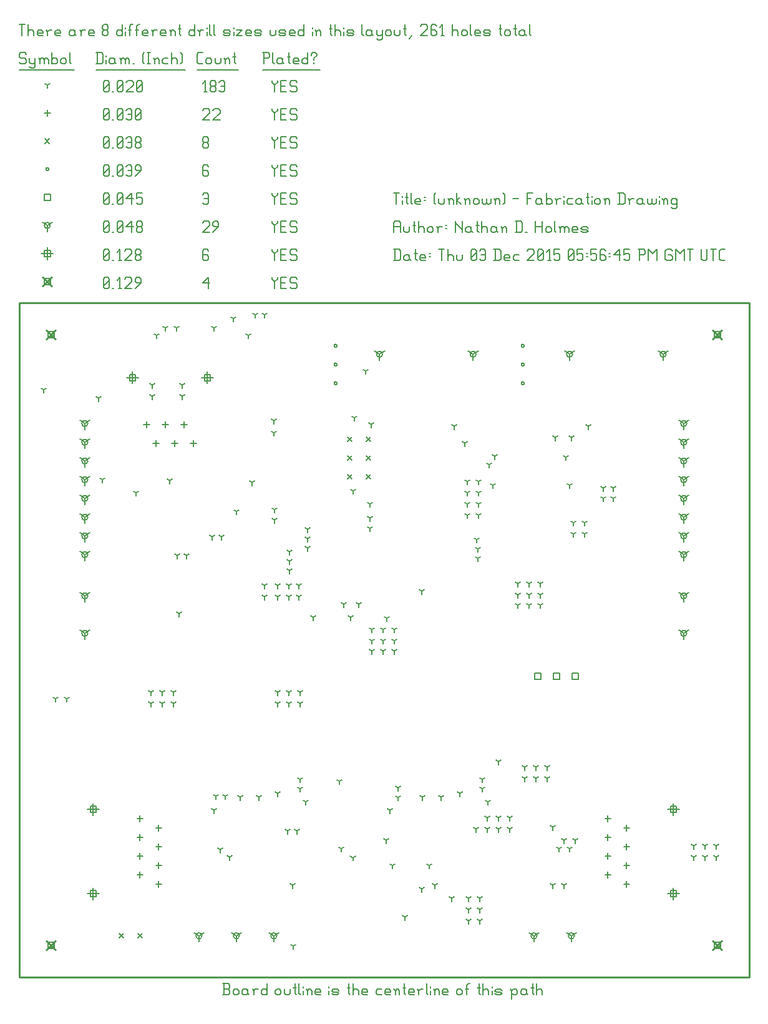
<source format=gbr>
G04 start of page 12 for group -3984 idx -3984 *
G04 Title: (unknown), fab *
G04 Creator: pcb 20140316 *
G04 CreationDate: Thu 03 Dec 2015 05:56:45 PM GMT UTC *
G04 For: ndholmes *
G04 Format: Gerber/RS-274X *
G04 PCB-Dimensions (mil): 3900.00 3600.00 *
G04 PCB-Coordinate-Origin: lower left *
%MOIN*%
%FSLAX25Y25*%
%LNFAB*%
%ADD117C,0.0100*%
%ADD116C,0.0060*%
%ADD115R,0.0080X0.0080*%
%ADD114C,0.0001*%
G54D114*G36*
X14600Y19966D02*X19966Y14600D01*
X19400Y14034D01*
X14034Y19400D01*
X14600Y19966D01*
G37*
G36*
X14034Y14600D02*X19400Y19966D01*
X19966Y19400D01*
X14600Y14034D01*
X14034Y14600D01*
G37*
G54D115*X15400Y18600D02*X18600D01*
X15400D02*Y15400D01*
X18600D01*
Y18600D02*Y15400D01*
G54D114*G36*
X370600Y19966D02*X375966Y14600D01*
X375400Y14034D01*
X370034Y19400D01*
X370600Y19966D01*
G37*
G36*
X370034Y14600D02*X375400Y19966D01*
X375966Y19400D01*
X370600Y14034D01*
X370034Y14600D01*
G37*
G54D115*X371400Y18600D02*X374600D01*
X371400D02*Y15400D01*
X374600D01*
Y18600D02*Y15400D01*
G54D114*G36*
X370600Y345966D02*X375966Y340600D01*
X375400Y340034D01*
X370034Y345400D01*
X370600Y345966D01*
G37*
G36*
X370034Y340600D02*X375400Y345966D01*
X375966Y345400D01*
X370600Y340034D01*
X370034Y340600D01*
G37*
G54D115*X371400Y344600D02*X374600D01*
X371400D02*Y341400D01*
X374600D01*
Y344600D02*Y341400D01*
G54D114*G36*
X14600Y345966D02*X19966Y340600D01*
X19400Y340034D01*
X14034Y345400D01*
X14600Y345966D01*
G37*
G36*
X14034Y340600D02*X19400Y345966D01*
X19966Y345400D01*
X14600Y340034D01*
X14034Y340600D01*
G37*
G54D115*X15400Y344600D02*X18600D01*
X15400D02*Y341400D01*
X18600D01*
Y344600D02*Y341400D01*
G54D114*G36*
X12600Y374216D02*X17966Y368850D01*
X17400Y368284D01*
X12034Y373650D01*
X12600Y374216D01*
G37*
G36*
X12034Y368850D02*X17400Y374216D01*
X17966Y373650D01*
X12600Y368284D01*
X12034Y368850D01*
G37*
G54D115*X13400Y372850D02*X16600D01*
X13400D02*Y369650D01*
X16600D01*
Y372850D02*Y369650D01*
G54D116*X135000Y373500D02*Y372750D01*
X136500Y371250D01*
X138000Y372750D01*
Y373500D02*Y372750D01*
X136500Y371250D02*Y367500D01*
X139800Y370500D02*X142050D01*
X139800Y367500D02*X142800D01*
X139800Y373500D02*Y367500D01*
Y373500D02*X142800D01*
X147600D02*X148350Y372750D01*
X145350Y373500D02*X147600D01*
X144600Y372750D02*X145350Y373500D01*
X144600Y372750D02*Y371250D01*
X145350Y370500D01*
X147600D01*
X148350Y369750D01*
Y368250D01*
X147600Y367500D02*X148350Y368250D01*
X145350Y367500D02*X147600D01*
X144600Y368250D02*X145350Y367500D01*
X98000Y370500D02*X101000Y373500D01*
X98000Y370500D02*X101750D01*
X101000Y373500D02*Y367500D01*
X45000Y368250D02*X45750Y367500D01*
X45000Y372750D02*Y368250D01*
Y372750D02*X45750Y373500D01*
X47250D01*
X48000Y372750D01*
Y368250D01*
X47250Y367500D02*X48000Y368250D01*
X45750Y367500D02*X47250D01*
X45000Y369000D02*X48000Y372000D01*
X49800Y367500D02*X50550D01*
X53100D02*X54600D01*
X53850Y373500D02*Y367500D01*
X52350Y372000D02*X53850Y373500D01*
X56400Y372750D02*X57150Y373500D01*
X59400D01*
X60150Y372750D01*
Y371250D01*
X56400Y367500D02*X60150Y371250D01*
X56400Y367500D02*X60150D01*
X61950D02*X64950Y370500D01*
Y372750D02*Y370500D01*
X64200Y373500D02*X64950Y372750D01*
X62700Y373500D02*X64200D01*
X61950Y372750D02*X62700Y373500D01*
X61950Y372750D02*Y371250D01*
X62700Y370500D01*
X64950D01*
X100500Y323200D02*Y316800D01*
X97300Y320000D02*X103700D01*
X98900Y321600D02*X102100D01*
X98900D02*Y318400D01*
X102100D01*
Y321600D02*Y318400D01*
X60500Y323200D02*Y316800D01*
X57300Y320000D02*X63700D01*
X58900Y321600D02*X62100D01*
X58900D02*Y318400D01*
X62100D01*
Y321600D02*Y318400D01*
X349500Y47700D02*Y41300D01*
X346300Y44500D02*X352700D01*
X347900Y46100D02*X351100D01*
X347900D02*Y42900D01*
X351100D01*
Y46100D02*Y42900D01*
X349500Y92700D02*Y86300D01*
X346300Y89500D02*X352700D01*
X347900Y91100D02*X351100D01*
X347900D02*Y87900D01*
X351100D01*
Y91100D02*Y87900D01*
X39500Y92700D02*Y86300D01*
X36300Y89500D02*X42700D01*
X37900Y91100D02*X41100D01*
X37900D02*Y87900D01*
X41100D01*
Y91100D02*Y87900D01*
X39500Y47700D02*Y41300D01*
X36300Y44500D02*X42700D01*
X37900Y46100D02*X41100D01*
X37900D02*Y42900D01*
X41100D01*
Y46100D02*Y42900D01*
X15000Y389450D02*Y383050D01*
X11800Y386250D02*X18200D01*
X13400Y387850D02*X16600D01*
X13400D02*Y384650D01*
X16600D01*
Y387850D02*Y384650D01*
X135000Y388500D02*Y387750D01*
X136500Y386250D01*
X138000Y387750D01*
Y388500D02*Y387750D01*
X136500Y386250D02*Y382500D01*
X139800Y385500D02*X142050D01*
X139800Y382500D02*X142800D01*
X139800Y388500D02*Y382500D01*
Y388500D02*X142800D01*
X147600D02*X148350Y387750D01*
X145350Y388500D02*X147600D01*
X144600Y387750D02*X145350Y388500D01*
X144600Y387750D02*Y386250D01*
X145350Y385500D01*
X147600D01*
X148350Y384750D01*
Y383250D01*
X147600Y382500D02*X148350Y383250D01*
X145350Y382500D02*X147600D01*
X144600Y383250D02*X145350Y382500D01*
X100250Y388500D02*X101000Y387750D01*
X98750Y388500D02*X100250D01*
X98000Y387750D02*X98750Y388500D01*
X98000Y387750D02*Y383250D01*
X98750Y382500D01*
X100250Y385500D02*X101000Y384750D01*
X98000Y385500D02*X100250D01*
X98750Y382500D02*X100250D01*
X101000Y383250D01*
Y384750D02*Y383250D01*
X45000D02*X45750Y382500D01*
X45000Y387750D02*Y383250D01*
Y387750D02*X45750Y388500D01*
X47250D01*
X48000Y387750D01*
Y383250D01*
X47250Y382500D02*X48000Y383250D01*
X45750Y382500D02*X47250D01*
X45000Y384000D02*X48000Y387000D01*
X49800Y382500D02*X50550D01*
X53100D02*X54600D01*
X53850Y388500D02*Y382500D01*
X52350Y387000D02*X53850Y388500D01*
X56400Y387750D02*X57150Y388500D01*
X59400D01*
X60150Y387750D01*
Y386250D01*
X56400Y382500D02*X60150Y386250D01*
X56400Y382500D02*X60150D01*
X61950Y383250D02*X62700Y382500D01*
X61950Y384750D02*Y383250D01*
Y384750D02*X62700Y385500D01*
X64200D01*
X64950Y384750D01*
Y383250D01*
X64200Y382500D02*X64950Y383250D01*
X62700Y382500D02*X64200D01*
X61950Y386250D02*X62700Y385500D01*
X61950Y387750D02*Y386250D01*
Y387750D02*X62700Y388500D01*
X64200D01*
X64950Y387750D01*
Y386250D01*
X64200Y385500D02*X64950Y386250D01*
X35000Y295500D02*Y292300D01*
Y295500D02*X37773Y297100D01*
X35000Y295500D02*X32227Y297100D01*
X33400Y295500D02*G75*G03X36600Y295500I1600J0D01*G01*
G75*G03X33400Y295500I-1600J0D01*G01*
X35000Y285500D02*Y282300D01*
Y285500D02*X37773Y287100D01*
X35000Y285500D02*X32227Y287100D01*
X33400Y285500D02*G75*G03X36600Y285500I1600J0D01*G01*
G75*G03X33400Y285500I-1600J0D01*G01*
X35000Y275500D02*Y272300D01*
Y275500D02*X37773Y277100D01*
X35000Y275500D02*X32227Y277100D01*
X33400Y275500D02*G75*G03X36600Y275500I1600J0D01*G01*
G75*G03X33400Y275500I-1600J0D01*G01*
X35000Y265500D02*Y262300D01*
Y265500D02*X37773Y267100D01*
X35000Y265500D02*X32227Y267100D01*
X33400Y265500D02*G75*G03X36600Y265500I1600J0D01*G01*
G75*G03X33400Y265500I-1600J0D01*G01*
X35000Y255500D02*Y252300D01*
Y255500D02*X37773Y257100D01*
X35000Y255500D02*X32227Y257100D01*
X33400Y255500D02*G75*G03X36600Y255500I1600J0D01*G01*
G75*G03X33400Y255500I-1600J0D01*G01*
X35000Y245500D02*Y242300D01*
Y245500D02*X37773Y247100D01*
X35000Y245500D02*X32227Y247100D01*
X33400Y245500D02*G75*G03X36600Y245500I1600J0D01*G01*
G75*G03X33400Y245500I-1600J0D01*G01*
X35000Y235500D02*Y232300D01*
Y235500D02*X37773Y237100D01*
X35000Y235500D02*X32227Y237100D01*
X33400Y235500D02*G75*G03X36600Y235500I1600J0D01*G01*
G75*G03X33400Y235500I-1600J0D01*G01*
X35000Y225500D02*Y222300D01*
Y225500D02*X37773Y227100D01*
X35000Y225500D02*X32227Y227100D01*
X33400Y225500D02*G75*G03X36600Y225500I1600J0D01*G01*
G75*G03X33400Y225500I-1600J0D01*G01*
X35000Y203500D02*Y200300D01*
Y203500D02*X37773Y205100D01*
X35000Y203500D02*X32227Y205100D01*
X33400Y203500D02*G75*G03X36600Y203500I1600J0D01*G01*
G75*G03X33400Y203500I-1600J0D01*G01*
X35000Y183500D02*Y180300D01*
Y183500D02*X37773Y185100D01*
X35000Y183500D02*X32227Y185100D01*
X33400Y183500D02*G75*G03X36600Y183500I1600J0D01*G01*
G75*G03X33400Y183500I-1600J0D01*G01*
X96000Y22000D02*Y18800D01*
Y22000D02*X98773Y23600D01*
X96000Y22000D02*X93227Y23600D01*
X94400Y22000D02*G75*G03X97600Y22000I1600J0D01*G01*
G75*G03X94400Y22000I-1600J0D01*G01*
X116000D02*Y18800D01*
Y22000D02*X118773Y23600D01*
X116000Y22000D02*X113227Y23600D01*
X114400Y22000D02*G75*G03X117600Y22000I1600J0D01*G01*
G75*G03X114400Y22000I-1600J0D01*G01*
X136000D02*Y18800D01*
Y22000D02*X138773Y23600D01*
X136000Y22000D02*X133227Y23600D01*
X134400Y22000D02*G75*G03X137600Y22000I1600J0D01*G01*
G75*G03X134400Y22000I-1600J0D01*G01*
X275000D02*Y18800D01*
Y22000D02*X277773Y23600D01*
X275000Y22000D02*X272227Y23600D01*
X273400Y22000D02*G75*G03X276600Y22000I1600J0D01*G01*
G75*G03X273400Y22000I-1600J0D01*G01*
X295000D02*Y18800D01*
Y22000D02*X297773Y23600D01*
X295000Y22000D02*X292227Y23600D01*
X293400Y22000D02*G75*G03X296600Y22000I1600J0D01*G01*
G75*G03X293400Y22000I-1600J0D01*G01*
X344000Y332500D02*Y329300D01*
Y332500D02*X346773Y334100D01*
X344000Y332500D02*X341227Y334100D01*
X342400Y332500D02*G75*G03X345600Y332500I1600J0D01*G01*
G75*G03X342400Y332500I-1600J0D01*G01*
X294000D02*Y329300D01*
Y332500D02*X296773Y334100D01*
X294000Y332500D02*X291227Y334100D01*
X292400Y332500D02*G75*G03X295600Y332500I1600J0D01*G01*
G75*G03X292400Y332500I-1600J0D01*G01*
X192500D02*Y329300D01*
Y332500D02*X195273Y334100D01*
X192500Y332500D02*X189727Y334100D01*
X190900Y332500D02*G75*G03X194100Y332500I1600J0D01*G01*
G75*G03X190900Y332500I-1600J0D01*G01*
X242500D02*Y329300D01*
Y332500D02*X245273Y334100D01*
X242500Y332500D02*X239727Y334100D01*
X240900Y332500D02*G75*G03X244100Y332500I1600J0D01*G01*
G75*G03X240900Y332500I-1600J0D01*G01*
X355000Y183500D02*Y180300D01*
Y183500D02*X357773Y185100D01*
X355000Y183500D02*X352227Y185100D01*
X353400Y183500D02*G75*G03X356600Y183500I1600J0D01*G01*
G75*G03X353400Y183500I-1600J0D01*G01*
X355000Y203500D02*Y200300D01*
Y203500D02*X357773Y205100D01*
X355000Y203500D02*X352227Y205100D01*
X353400Y203500D02*G75*G03X356600Y203500I1600J0D01*G01*
G75*G03X353400Y203500I-1600J0D01*G01*
X355000Y225500D02*Y222300D01*
Y225500D02*X357773Y227100D01*
X355000Y225500D02*X352227Y227100D01*
X353400Y225500D02*G75*G03X356600Y225500I1600J0D01*G01*
G75*G03X353400Y225500I-1600J0D01*G01*
X355000Y235500D02*Y232300D01*
Y235500D02*X357773Y237100D01*
X355000Y235500D02*X352227Y237100D01*
X353400Y235500D02*G75*G03X356600Y235500I1600J0D01*G01*
G75*G03X353400Y235500I-1600J0D01*G01*
X355000Y245500D02*Y242300D01*
Y245500D02*X357773Y247100D01*
X355000Y245500D02*X352227Y247100D01*
X353400Y245500D02*G75*G03X356600Y245500I1600J0D01*G01*
G75*G03X353400Y245500I-1600J0D01*G01*
X355000Y255500D02*Y252300D01*
Y255500D02*X357773Y257100D01*
X355000Y255500D02*X352227Y257100D01*
X353400Y255500D02*G75*G03X356600Y255500I1600J0D01*G01*
G75*G03X353400Y255500I-1600J0D01*G01*
X355000Y265500D02*Y262300D01*
Y265500D02*X357773Y267100D01*
X355000Y265500D02*X352227Y267100D01*
X353400Y265500D02*G75*G03X356600Y265500I1600J0D01*G01*
G75*G03X353400Y265500I-1600J0D01*G01*
X355000Y275500D02*Y272300D01*
Y275500D02*X357773Y277100D01*
X355000Y275500D02*X352227Y277100D01*
X353400Y275500D02*G75*G03X356600Y275500I1600J0D01*G01*
G75*G03X353400Y275500I-1600J0D01*G01*
X355000Y285500D02*Y282300D01*
Y285500D02*X357773Y287100D01*
X355000Y285500D02*X352227Y287100D01*
X353400Y285500D02*G75*G03X356600Y285500I1600J0D01*G01*
G75*G03X353400Y285500I-1600J0D01*G01*
X355000Y295500D02*Y292300D01*
Y295500D02*X357773Y297100D01*
X355000Y295500D02*X352227Y297100D01*
X353400Y295500D02*G75*G03X356600Y295500I1600J0D01*G01*
G75*G03X353400Y295500I-1600J0D01*G01*
X15000Y401250D02*Y398050D01*
Y401250D02*X17773Y402850D01*
X15000Y401250D02*X12227Y402850D01*
X13400Y401250D02*G75*G03X16600Y401250I1600J0D01*G01*
G75*G03X13400Y401250I-1600J0D01*G01*
X135000Y403500D02*Y402750D01*
X136500Y401250D01*
X138000Y402750D01*
Y403500D02*Y402750D01*
X136500Y401250D02*Y397500D01*
X139800Y400500D02*X142050D01*
X139800Y397500D02*X142800D01*
X139800Y403500D02*Y397500D01*
Y403500D02*X142800D01*
X147600D02*X148350Y402750D01*
X145350Y403500D02*X147600D01*
X144600Y402750D02*X145350Y403500D01*
X144600Y402750D02*Y401250D01*
X145350Y400500D01*
X147600D01*
X148350Y399750D01*
Y398250D01*
X147600Y397500D02*X148350Y398250D01*
X145350Y397500D02*X147600D01*
X144600Y398250D02*X145350Y397500D01*
X98000Y402750D02*X98750Y403500D01*
X101000D01*
X101750Y402750D01*
Y401250D01*
X98000Y397500D02*X101750Y401250D01*
X98000Y397500D02*X101750D01*
X103550D02*X106550Y400500D01*
Y402750D02*Y400500D01*
X105800Y403500D02*X106550Y402750D01*
X104300Y403500D02*X105800D01*
X103550Y402750D02*X104300Y403500D01*
X103550Y402750D02*Y401250D01*
X104300Y400500D01*
X106550D01*
X45000Y398250D02*X45750Y397500D01*
X45000Y402750D02*Y398250D01*
Y402750D02*X45750Y403500D01*
X47250D01*
X48000Y402750D01*
Y398250D01*
X47250Y397500D02*X48000Y398250D01*
X45750Y397500D02*X47250D01*
X45000Y399000D02*X48000Y402000D01*
X49800Y397500D02*X50550D01*
X52350Y398250D02*X53100Y397500D01*
X52350Y402750D02*Y398250D01*
Y402750D02*X53100Y403500D01*
X54600D01*
X55350Y402750D01*
Y398250D01*
X54600Y397500D02*X55350Y398250D01*
X53100Y397500D02*X54600D01*
X52350Y399000D02*X55350Y402000D01*
X57150Y400500D02*X60150Y403500D01*
X57150Y400500D02*X60900D01*
X60150Y403500D02*Y397500D01*
X62700Y398250D02*X63450Y397500D01*
X62700Y399750D02*Y398250D01*
Y399750D02*X63450Y400500D01*
X64950D01*
X65700Y399750D01*
Y398250D01*
X64950Y397500D02*X65700Y398250D01*
X63450Y397500D02*X64950D01*
X62700Y401250D02*X63450Y400500D01*
X62700Y402750D02*Y401250D01*
Y402750D02*X63450Y403500D01*
X64950D01*
X65700Y402750D01*
Y401250D01*
X64950Y400500D02*X65700Y401250D01*
X275400Y162100D02*X278600D01*
X275400D02*Y158900D01*
X278600D01*
Y162100D02*Y158900D01*
X285400Y162100D02*X288600D01*
X285400D02*Y158900D01*
X288600D01*
Y162100D02*Y158900D01*
X295400Y162100D02*X298600D01*
X295400D02*Y158900D01*
X298600D01*
Y162100D02*Y158900D01*
X13400Y417850D02*X16600D01*
X13400D02*Y414650D01*
X16600D01*
Y417850D02*Y414650D01*
X135000Y418500D02*Y417750D01*
X136500Y416250D01*
X138000Y417750D01*
Y418500D02*Y417750D01*
X136500Y416250D02*Y412500D01*
X139800Y415500D02*X142050D01*
X139800Y412500D02*X142800D01*
X139800Y418500D02*Y412500D01*
Y418500D02*X142800D01*
X147600D02*X148350Y417750D01*
X145350Y418500D02*X147600D01*
X144600Y417750D02*X145350Y418500D01*
X144600Y417750D02*Y416250D01*
X145350Y415500D01*
X147600D01*
X148350Y414750D01*
Y413250D01*
X147600Y412500D02*X148350Y413250D01*
X145350Y412500D02*X147600D01*
X144600Y413250D02*X145350Y412500D01*
X98000Y417750D02*X98750Y418500D01*
X100250D01*
X101000Y417750D01*
Y413250D01*
X100250Y412500D02*X101000Y413250D01*
X98750Y412500D02*X100250D01*
X98000Y413250D02*X98750Y412500D01*
Y415500D02*X101000D01*
X45000Y413250D02*X45750Y412500D01*
X45000Y417750D02*Y413250D01*
Y417750D02*X45750Y418500D01*
X47250D01*
X48000Y417750D01*
Y413250D01*
X47250Y412500D02*X48000Y413250D01*
X45750Y412500D02*X47250D01*
X45000Y414000D02*X48000Y417000D01*
X49800Y412500D02*X50550D01*
X52350Y413250D02*X53100Y412500D01*
X52350Y417750D02*Y413250D01*
Y417750D02*X53100Y418500D01*
X54600D01*
X55350Y417750D01*
Y413250D01*
X54600Y412500D02*X55350Y413250D01*
X53100Y412500D02*X54600D01*
X52350Y414000D02*X55350Y417000D01*
X57150Y415500D02*X60150Y418500D01*
X57150Y415500D02*X60900D01*
X60150Y418500D02*Y412500D01*
X62700Y418500D02*X65700D01*
X62700D02*Y415500D01*
X63450Y416250D01*
X64950D01*
X65700Y415500D01*
Y413250D01*
X64950Y412500D02*X65700Y413250D01*
X63450Y412500D02*X64950D01*
X62700Y413250D02*X63450Y412500D01*
X168200Y337000D02*G75*G03X169800Y337000I800J0D01*G01*
G75*G03X168200Y337000I-800J0D01*G01*
Y327000D02*G75*G03X169800Y327000I800J0D01*G01*
G75*G03X168200Y327000I-800J0D01*G01*
Y317000D02*G75*G03X169800Y317000I800J0D01*G01*
G75*G03X168200Y317000I-800J0D01*G01*
X268200Y337000D02*G75*G03X269800Y337000I800J0D01*G01*
G75*G03X268200Y337000I-800J0D01*G01*
Y327000D02*G75*G03X269800Y327000I800J0D01*G01*
G75*G03X268200Y327000I-800J0D01*G01*
Y317000D02*G75*G03X269800Y317000I800J0D01*G01*
G75*G03X268200Y317000I-800J0D01*G01*
X14200Y431250D02*G75*G03X15800Y431250I800J0D01*G01*
G75*G03X14200Y431250I-800J0D01*G01*
X135000Y433500D02*Y432750D01*
X136500Y431250D01*
X138000Y432750D01*
Y433500D02*Y432750D01*
X136500Y431250D02*Y427500D01*
X139800Y430500D02*X142050D01*
X139800Y427500D02*X142800D01*
X139800Y433500D02*Y427500D01*
Y433500D02*X142800D01*
X147600D02*X148350Y432750D01*
X145350Y433500D02*X147600D01*
X144600Y432750D02*X145350Y433500D01*
X144600Y432750D02*Y431250D01*
X145350Y430500D01*
X147600D01*
X148350Y429750D01*
Y428250D01*
X147600Y427500D02*X148350Y428250D01*
X145350Y427500D02*X147600D01*
X144600Y428250D02*X145350Y427500D01*
X100250Y433500D02*X101000Y432750D01*
X98750Y433500D02*X100250D01*
X98000Y432750D02*X98750Y433500D01*
X98000Y432750D02*Y428250D01*
X98750Y427500D01*
X100250Y430500D02*X101000Y429750D01*
X98000Y430500D02*X100250D01*
X98750Y427500D02*X100250D01*
X101000Y428250D01*
Y429750D02*Y428250D01*
X45000D02*X45750Y427500D01*
X45000Y432750D02*Y428250D01*
Y432750D02*X45750Y433500D01*
X47250D01*
X48000Y432750D01*
Y428250D01*
X47250Y427500D02*X48000Y428250D01*
X45750Y427500D02*X47250D01*
X45000Y429000D02*X48000Y432000D01*
X49800Y427500D02*X50550D01*
X52350Y428250D02*X53100Y427500D01*
X52350Y432750D02*Y428250D01*
Y432750D02*X53100Y433500D01*
X54600D01*
X55350Y432750D01*
Y428250D01*
X54600Y427500D02*X55350Y428250D01*
X53100Y427500D02*X54600D01*
X52350Y429000D02*X55350Y432000D01*
X57150Y432750D02*X57900Y433500D01*
X59400D01*
X60150Y432750D01*
Y428250D01*
X59400Y427500D02*X60150Y428250D01*
X57900Y427500D02*X59400D01*
X57150Y428250D02*X57900Y427500D01*
Y430500D02*X60150D01*
X61950Y427500D02*X64950Y430500D01*
Y432750D02*Y430500D01*
X64200Y433500D02*X64950Y432750D01*
X62700Y433500D02*X64200D01*
X61950Y432750D02*X62700Y433500D01*
X61950Y432750D02*Y431250D01*
X62700Y430500D01*
X64950D01*
X175300Y288200D02*X177700Y285800D01*
X175300D02*X177700Y288200D01*
X175300Y278200D02*X177700Y275800D01*
X175300D02*X177700Y278200D01*
X175300Y268200D02*X177700Y265800D01*
X175300D02*X177700Y268200D01*
X185300Y288200D02*X187700Y285800D01*
X185300D02*X187700Y288200D01*
X185300Y278200D02*X187700Y275800D01*
X185300D02*X187700Y278200D01*
X185300Y268200D02*X187700Y265800D01*
X185300D02*X187700Y268200D01*
X63300Y23200D02*X65700Y20800D01*
X63300D02*X65700Y23200D01*
X53300D02*X55700Y20800D01*
X53300D02*X55700Y23200D01*
X13800Y447450D02*X16200Y445050D01*
X13800D02*X16200Y447450D01*
X135000Y448500D02*Y447750D01*
X136500Y446250D01*
X138000Y447750D01*
Y448500D02*Y447750D01*
X136500Y446250D02*Y442500D01*
X139800Y445500D02*X142050D01*
X139800Y442500D02*X142800D01*
X139800Y448500D02*Y442500D01*
Y448500D02*X142800D01*
X147600D02*X148350Y447750D01*
X145350Y448500D02*X147600D01*
X144600Y447750D02*X145350Y448500D01*
X144600Y447750D02*Y446250D01*
X145350Y445500D01*
X147600D01*
X148350Y444750D01*
Y443250D01*
X147600Y442500D02*X148350Y443250D01*
X145350Y442500D02*X147600D01*
X144600Y443250D02*X145350Y442500D01*
X98000Y443250D02*X98750Y442500D01*
X98000Y444750D02*Y443250D01*
Y444750D02*X98750Y445500D01*
X100250D01*
X101000Y444750D01*
Y443250D01*
X100250Y442500D02*X101000Y443250D01*
X98750Y442500D02*X100250D01*
X98000Y446250D02*X98750Y445500D01*
X98000Y447750D02*Y446250D01*
Y447750D02*X98750Y448500D01*
X100250D01*
X101000Y447750D01*
Y446250D01*
X100250Y445500D02*X101000Y446250D01*
X45000Y443250D02*X45750Y442500D01*
X45000Y447750D02*Y443250D01*
Y447750D02*X45750Y448500D01*
X47250D01*
X48000Y447750D01*
Y443250D01*
X47250Y442500D02*X48000Y443250D01*
X45750Y442500D02*X47250D01*
X45000Y444000D02*X48000Y447000D01*
X49800Y442500D02*X50550D01*
X52350Y443250D02*X53100Y442500D01*
X52350Y447750D02*Y443250D01*
Y447750D02*X53100Y448500D01*
X54600D01*
X55350Y447750D01*
Y443250D01*
X54600Y442500D02*X55350Y443250D01*
X53100Y442500D02*X54600D01*
X52350Y444000D02*X55350Y447000D01*
X57150Y447750D02*X57900Y448500D01*
X59400D01*
X60150Y447750D01*
Y443250D01*
X59400Y442500D02*X60150Y443250D01*
X57900Y442500D02*X59400D01*
X57150Y443250D02*X57900Y442500D01*
Y445500D02*X60150D01*
X61950Y443250D02*X62700Y442500D01*
X61950Y444750D02*Y443250D01*
Y444750D02*X62700Y445500D01*
X64200D01*
X64950Y444750D01*
Y443250D01*
X64200Y442500D02*X64950Y443250D01*
X62700Y442500D02*X64200D01*
X61950Y446250D02*X62700Y445500D01*
X61950Y447750D02*Y446250D01*
Y447750D02*X62700Y448500D01*
X64200D01*
X64950Y447750D01*
Y446250D01*
X64200Y445500D02*X64950Y446250D01*
X93000Y286600D02*Y283400D01*
X91400Y285000D02*X94600D01*
X88000Y296600D02*Y293400D01*
X86400Y295000D02*X89600D01*
X83000Y286600D02*Y283400D01*
X81400Y285000D02*X84600D01*
X78000Y296600D02*Y293400D01*
X76400Y295000D02*X79600D01*
X73000Y286600D02*Y283400D01*
X71400Y285000D02*X74600D01*
X68000Y296600D02*Y293400D01*
X66400Y295000D02*X69600D01*
X324500Y51100D02*Y47900D01*
X322900Y49500D02*X326100D01*
X314500Y56100D02*Y52900D01*
X312900Y54500D02*X316100D01*
X324500Y61100D02*Y57900D01*
X322900Y59500D02*X326100D01*
X314500Y66100D02*Y62900D01*
X312900Y64500D02*X316100D01*
X324500Y71100D02*Y67900D01*
X322900Y69500D02*X326100D01*
X314500Y76100D02*Y72900D01*
X312900Y74500D02*X316100D01*
X324500Y81100D02*Y77900D01*
X322900Y79500D02*X326100D01*
X314500Y86100D02*Y82900D01*
X312900Y84500D02*X316100D01*
X64500Y86100D02*Y82900D01*
X62900Y84500D02*X66100D01*
X74500Y81100D02*Y77900D01*
X72900Y79500D02*X76100D01*
X64500Y76100D02*Y72900D01*
X62900Y74500D02*X66100D01*
X74500Y71100D02*Y67900D01*
X72900Y69500D02*X76100D01*
X64500Y66100D02*Y62900D01*
X62900Y64500D02*X66100D01*
X74500Y61100D02*Y57900D01*
X72900Y59500D02*X76100D01*
X64500Y56100D02*Y52900D01*
X62900Y54500D02*X66100D01*
X74500Y51100D02*Y47900D01*
X72900Y49500D02*X76100D01*
X15000Y462850D02*Y459650D01*
X13400Y461250D02*X16600D01*
X135000Y463500D02*Y462750D01*
X136500Y461250D01*
X138000Y462750D01*
Y463500D02*Y462750D01*
X136500Y461250D02*Y457500D01*
X139800Y460500D02*X142050D01*
X139800Y457500D02*X142800D01*
X139800Y463500D02*Y457500D01*
Y463500D02*X142800D01*
X147600D02*X148350Y462750D01*
X145350Y463500D02*X147600D01*
X144600Y462750D02*X145350Y463500D01*
X144600Y462750D02*Y461250D01*
X145350Y460500D01*
X147600D01*
X148350Y459750D01*
Y458250D01*
X147600Y457500D02*X148350Y458250D01*
X145350Y457500D02*X147600D01*
X144600Y458250D02*X145350Y457500D01*
X98000Y462750D02*X98750Y463500D01*
X101000D01*
X101750Y462750D01*
Y461250D01*
X98000Y457500D02*X101750Y461250D01*
X98000Y457500D02*X101750D01*
X103550Y462750D02*X104300Y463500D01*
X106550D01*
X107300Y462750D01*
Y461250D01*
X103550Y457500D02*X107300Y461250D01*
X103550Y457500D02*X107300D01*
X45000Y458250D02*X45750Y457500D01*
X45000Y462750D02*Y458250D01*
Y462750D02*X45750Y463500D01*
X47250D01*
X48000Y462750D01*
Y458250D01*
X47250Y457500D02*X48000Y458250D01*
X45750Y457500D02*X47250D01*
X45000Y459000D02*X48000Y462000D01*
X49800Y457500D02*X50550D01*
X52350Y458250D02*X53100Y457500D01*
X52350Y462750D02*Y458250D01*
Y462750D02*X53100Y463500D01*
X54600D01*
X55350Y462750D01*
Y458250D01*
X54600Y457500D02*X55350Y458250D01*
X53100Y457500D02*X54600D01*
X52350Y459000D02*X55350Y462000D01*
X57150Y462750D02*X57900Y463500D01*
X59400D01*
X60150Y462750D01*
Y458250D01*
X59400Y457500D02*X60150Y458250D01*
X57900Y457500D02*X59400D01*
X57150Y458250D02*X57900Y457500D01*
Y460500D02*X60150D01*
X61950Y458250D02*X62700Y457500D01*
X61950Y462750D02*Y458250D01*
Y462750D02*X62700Y463500D01*
X64200D01*
X64950Y462750D01*
Y458250D01*
X64200Y457500D02*X64950Y458250D01*
X62700Y457500D02*X64200D01*
X61950Y459000D02*X64950Y462000D01*
X112500Y64000D02*Y62400D01*
Y64000D02*X113887Y64800D01*
X112500Y64000D02*X111113Y64800D01*
X107500Y68000D02*Y66400D01*
Y68000D02*X108887Y68800D01*
X107500Y68000D02*X106113Y68800D01*
X288500Y68500D02*Y66900D01*
Y68500D02*X289887Y69300D01*
X288500Y68500D02*X287113Y69300D01*
X294000Y68500D02*Y66900D01*
Y68500D02*X295387Y69300D01*
X294000Y68500D02*X292613Y69300D01*
X150000Y105500D02*Y103900D01*
Y105500D02*X151387Y106300D01*
X150000Y105500D02*X148613Y106300D01*
X138000Y98000D02*Y96400D01*
Y98000D02*X139387Y98800D01*
X138000Y98000D02*X136613Y98800D01*
X150000Y100500D02*Y98900D01*
Y100500D02*X151387Y101300D01*
X150000Y100500D02*X148613Y101300D01*
X128000Y96000D02*Y94400D01*
Y96000D02*X129387Y96800D01*
X128000Y96000D02*X126613Y96800D01*
X118000Y96000D02*Y94400D01*
Y96000D02*X119387Y96800D01*
X118000Y96000D02*X116613Y96800D01*
X153000Y93500D02*Y91900D01*
Y93500D02*X154387Y94300D01*
X153000Y93500D02*X151613Y94300D01*
X178276Y63724D02*Y62124D01*
Y63724D02*X179663Y64524D01*
X178276Y63724D02*X176889Y64524D01*
X172000Y68500D02*Y66900D01*
Y68500D02*X173387Y69300D01*
X172000Y68500D02*X170613Y69300D01*
X291000Y73000D02*Y71400D01*
Y73000D02*X292387Y73800D01*
X291000Y73000D02*X289613Y73800D01*
X297000Y73000D02*Y71400D01*
Y73000D02*X298387Y73800D01*
X297000Y73000D02*X295613Y73800D01*
X196000Y73000D02*Y71400D01*
Y73000D02*X197387Y73800D01*
X196000Y73000D02*X194613Y73800D01*
X171000Y104500D02*Y102900D01*
Y104500D02*X172387Y105300D01*
X171000Y104500D02*X169613Y105300D01*
X105000Y96500D02*Y94900D01*
Y96500D02*X106387Y97300D01*
X105000Y96500D02*X103613Y97300D01*
X110000Y96500D02*Y94900D01*
Y96500D02*X111387Y97300D01*
X110000Y96500D02*X108613Y97300D01*
X199500Y59500D02*Y57900D01*
Y59500D02*X200887Y60300D01*
X199500Y59500D02*X198113Y60300D01*
X219000Y59500D02*Y57900D01*
Y59500D02*X220387Y60300D01*
X219000Y59500D02*X217613Y60300D01*
X247500Y105500D02*Y103900D01*
Y105500D02*X248887Y106300D01*
X247500Y105500D02*X246113Y106300D01*
X235500Y98000D02*Y96400D01*
Y98000D02*X236887Y98800D01*
X235500Y98000D02*X234113Y98800D01*
X247500Y100500D02*Y98900D01*
Y100500D02*X248887Y101300D01*
X247500Y100500D02*X246113Y101300D01*
X225500Y96000D02*Y94400D01*
Y96000D02*X226887Y96800D01*
X225500Y96000D02*X224113Y96800D01*
X215500Y96000D02*Y94400D01*
Y96000D02*X216887Y96800D01*
X215500Y96000D02*X214113Y96800D01*
X250500Y93500D02*Y91900D01*
Y93500D02*X251887Y94300D01*
X250500Y93500D02*X249113Y94300D01*
X202500Y95957D02*Y94357D01*
Y95957D02*X203887Y96757D01*
X202500Y95957D02*X201113Y96757D01*
X202500Y101000D02*Y99400D01*
Y101000D02*X203887Y101800D01*
X202500Y101000D02*X201113Y101800D01*
X222000Y49000D02*Y47400D01*
Y49000D02*X223387Y49800D01*
X222000Y49000D02*X220613Y49800D01*
X291000Y49000D02*Y47400D01*
Y49000D02*X292387Y49800D01*
X291000Y49000D02*X289613Y49800D01*
X285000Y49000D02*Y47400D01*
Y49000D02*X286387Y49800D01*
X285000Y49000D02*X283613Y49800D01*
X256000Y115000D02*Y113400D01*
Y115000D02*X257387Y115800D01*
X256000Y115000D02*X254613Y115800D01*
X215000Y47000D02*Y45400D01*
Y47000D02*X216387Y47800D01*
X215000Y47000D02*X213613Y47800D01*
X231000Y42000D02*Y40400D01*
Y42000D02*X232387Y42800D01*
X231000Y42000D02*X229613Y42800D01*
X206000Y32000D02*Y30400D01*
Y32000D02*X207387Y32800D01*
X206000Y32000D02*X204613Y32800D01*
X246000Y42000D02*Y40400D01*
Y42000D02*X247387Y42800D01*
X246000Y42000D02*X244613Y42800D01*
X246000Y36000D02*Y34400D01*
Y36000D02*X247387Y36800D01*
X246000Y36000D02*X244613Y36800D01*
X240000Y42000D02*Y40400D01*
Y42000D02*X241387Y42800D01*
X240000Y42000D02*X238613Y42800D01*
X240000Y36000D02*Y34400D01*
Y36000D02*X241387Y36800D01*
X240000Y36000D02*X238613Y36800D01*
X246000Y30000D02*Y28400D01*
Y30000D02*X247387Y30800D01*
X246000Y30000D02*X244613Y30800D01*
X240000Y30000D02*Y28400D01*
Y30000D02*X241387Y30800D01*
X240000Y30000D02*X238613Y30800D01*
X244000Y79000D02*Y77400D01*
Y79000D02*X245387Y79800D01*
X244000Y79000D02*X242613Y79800D01*
X250000Y79000D02*Y77400D01*
Y79000D02*X251387Y79800D01*
X250000Y79000D02*X248613Y79800D01*
X256000Y79000D02*Y77400D01*
Y79000D02*X257387Y79800D01*
X256000Y79000D02*X254613Y79800D01*
X262000Y79000D02*Y77400D01*
Y79000D02*X263387Y79800D01*
X262000Y79000D02*X260613Y79800D01*
X250000Y85000D02*Y83400D01*
Y85000D02*X251387Y85800D01*
X250000Y85000D02*X248613Y85800D01*
X256000Y85000D02*Y83400D01*
Y85000D02*X257387Y85800D01*
X256000Y85000D02*X254613Y85800D01*
X262000Y85000D02*Y83400D01*
Y85000D02*X263387Y85800D01*
X262000Y85000D02*X260613Y85800D01*
X104000Y89000D02*Y87400D01*
Y89000D02*X105387Y89800D01*
X104000Y89000D02*X102613Y89800D01*
X198000Y89000D02*Y87400D01*
Y89000D02*X199387Y89800D01*
X198000Y89000D02*X196613Y89800D01*
X285000Y80000D02*Y78400D01*
Y80000D02*X286387Y80800D01*
X285000Y80000D02*X283613Y80800D01*
X270000Y106000D02*Y104400D01*
Y106000D02*X271387Y106800D01*
X270000Y106000D02*X268613Y106800D01*
X276000Y106000D02*Y104400D01*
Y106000D02*X277387Y106800D01*
X276000Y106000D02*X274613Y106800D01*
X282000Y106000D02*Y104400D01*
Y106000D02*X283387Y106800D01*
X282000Y106000D02*X280613Y106800D01*
X270000Y112000D02*Y110400D01*
Y112000D02*X271387Y112800D01*
X270000Y112000D02*X268613Y112800D01*
X276000Y112000D02*Y110400D01*
Y112000D02*X277387Y112800D01*
X276000Y112000D02*X274613Y112800D01*
X282000Y112000D02*Y110400D01*
Y112000D02*X283387Y112800D01*
X282000Y112000D02*X280613Y112800D01*
X266500Y204000D02*Y202400D01*
Y204000D02*X267887Y204800D01*
X266500Y204000D02*X265113Y204800D01*
X272500Y204000D02*Y202400D01*
Y204000D02*X273887Y204800D01*
X272500Y204000D02*X271113Y204800D01*
X278500Y204000D02*Y202400D01*
Y204000D02*X279887Y204800D01*
X278500Y204000D02*X277113Y204800D01*
X266500Y210000D02*Y208400D01*
Y210000D02*X267887Y210800D01*
X266500Y210000D02*X265113Y210800D01*
X272500Y210000D02*Y208400D01*
Y210000D02*X273887Y210800D01*
X272500Y210000D02*X271113Y210800D01*
X278500Y210000D02*Y208400D01*
Y210000D02*X279887Y210800D01*
X278500Y210000D02*X277113Y210800D01*
X266500Y198500D02*Y196900D01*
Y198500D02*X267887Y199300D01*
X266500Y198500D02*X265113Y199300D01*
X272500Y198500D02*Y196900D01*
Y198500D02*X273887Y199300D01*
X272500Y198500D02*X271113Y199300D01*
X278500Y198500D02*Y196900D01*
Y198500D02*X279887Y199300D01*
X278500Y198500D02*X277113Y199300D01*
X148500Y78000D02*Y76400D01*
Y78000D02*X149887Y78800D01*
X148500Y78000D02*X147113Y78800D01*
X143500Y78000D02*Y76400D01*
Y78000D02*X144887Y78800D01*
X143500Y78000D02*X142113Y78800D01*
X114500Y351500D02*Y349900D01*
Y351500D02*X115887Y352300D01*
X114500Y351500D02*X113113Y352300D01*
X84000Y346500D02*Y344900D01*
Y346500D02*X85387Y347300D01*
X84000Y346500D02*X82613Y347300D01*
X73500Y342500D02*Y340900D01*
Y342500D02*X74887Y343300D01*
X73500Y342500D02*X72113Y343300D01*
X146000Y49000D02*Y47400D01*
Y49000D02*X147387Y49800D01*
X146000Y49000D02*X144613Y49800D01*
X146500Y16500D02*Y14900D01*
Y16500D02*X147887Y17300D01*
X146500Y16500D02*X145113Y17300D01*
X103000Y235000D02*Y233400D01*
Y235000D02*X104387Y235800D01*
X103000Y235000D02*X101613Y235800D01*
X108000Y235000D02*Y233400D01*
Y235000D02*X109387Y235800D01*
X108000Y235000D02*X106613Y235800D01*
X136000Y297000D02*Y295400D01*
Y297000D02*X137387Y297800D01*
X136000Y297000D02*X134613Y297800D01*
X136000Y290500D02*Y288900D01*
Y290500D02*X137387Y291300D01*
X136000Y290500D02*X134613Y291300D01*
X104000Y346500D02*Y344900D01*
Y346500D02*X105387Y347300D01*
X104000Y346500D02*X102613Y347300D01*
X122500Y342500D02*Y340900D01*
Y342500D02*X123887Y343300D01*
X122500Y342500D02*X121113Y343300D01*
X136500Y249500D02*Y247900D01*
Y249500D02*X137887Y250300D01*
X136500Y249500D02*X135113Y250300D01*
X136500Y244000D02*Y242400D01*
Y244000D02*X137887Y244800D01*
X136500Y244000D02*X135113Y244800D01*
X78000Y346500D02*Y344900D01*
Y346500D02*X79387Y347300D01*
X78000Y346500D02*X76613Y347300D01*
X84500Y225000D02*Y223400D01*
Y225000D02*X85887Y225800D01*
X84500Y225000D02*X83113Y225800D01*
X89500Y225000D02*Y223400D01*
Y225000D02*X90887Y225800D01*
X89500Y225000D02*X88113Y225800D01*
X87000Y310000D02*Y308400D01*
Y310000D02*X88387Y310800D01*
X87000Y310000D02*X85613Y310800D01*
X87000Y316000D02*Y314400D01*
Y316000D02*X88387Y316800D01*
X87000Y316000D02*X85613Y316800D01*
X71000Y310000D02*Y308400D01*
Y310000D02*X72387Y310800D01*
X71000Y310000D02*X69613Y310800D01*
X71000Y316000D02*Y314400D01*
Y316000D02*X72387Y316800D01*
X71000Y316000D02*X69613Y316800D01*
X116000Y248500D02*Y246900D01*
Y248500D02*X117387Y249300D01*
X116000Y248500D02*X114613Y249300D01*
X124500Y264000D02*Y262400D01*
Y264000D02*X125887Y264800D01*
X124500Y264000D02*X123113Y264800D01*
X304000Y294000D02*Y292400D01*
Y294000D02*X305387Y294800D01*
X304000Y294000D02*X302613Y294800D01*
X232500Y294000D02*Y292400D01*
Y294000D02*X233887Y294800D01*
X232500Y294000D02*X231113Y294800D01*
X254000Y278000D02*Y276400D01*
Y278000D02*X255387Y278800D01*
X254000Y278000D02*X252613Y278800D01*
X286500Y288000D02*Y286400D01*
Y288000D02*X287887Y288800D01*
X286500Y288000D02*X285113Y288800D01*
X295000Y288000D02*Y286400D01*
Y288000D02*X296387Y288800D01*
X295000Y288000D02*X293613Y288800D01*
X251000Y273500D02*Y271900D01*
Y273500D02*X252387Y274300D01*
X251000Y273500D02*X249613Y274300D01*
X292000Y277500D02*Y275900D01*
Y277500D02*X293387Y278300D01*
X292000Y277500D02*X290613Y278300D01*
X294000Y262500D02*Y260900D01*
Y262500D02*X295387Y263300D01*
X294000Y262500D02*X292613Y263300D01*
X253000Y262500D02*Y260900D01*
Y262500D02*X254387Y263300D01*
X253000Y262500D02*X251613Y263300D01*
X312000Y261000D02*Y259400D01*
Y261000D02*X313387Y261800D01*
X312000Y261000D02*X310613Y261800D01*
X317500Y261000D02*Y259400D01*
Y261000D02*X318887Y261800D01*
X317500Y261000D02*X316113Y261800D01*
X312000Y255500D02*Y253900D01*
Y255500D02*X313387Y256300D01*
X312000Y255500D02*X310613Y256300D01*
X317500Y255500D02*Y253900D01*
Y255500D02*X318887Y256300D01*
X317500Y255500D02*X316113Y256300D01*
X215000Y206000D02*Y204400D01*
Y206000D02*X216387Y206800D01*
X215000Y206000D02*X213613Y206800D01*
X85500Y194000D02*Y192400D01*
Y194000D02*X86887Y194800D01*
X85500Y194000D02*X84113Y194800D01*
X196500Y191500D02*Y189900D01*
Y191500D02*X197887Y192300D01*
X196500Y191500D02*X195113Y192300D01*
X187500Y239500D02*Y237900D01*
Y239500D02*X188887Y240300D01*
X187500Y239500D02*X186113Y240300D01*
X179000Y298500D02*Y296900D01*
Y298500D02*X180387Y299300D01*
X179000Y298500D02*X177613Y299300D01*
X185000Y323500D02*Y321900D01*
Y323500D02*X186387Y324300D01*
X185000Y323500D02*X183613Y324300D01*
X188000Y295000D02*Y293400D01*
Y295000D02*X189387Y295800D01*
X188000Y295000D02*X186613Y295800D01*
X187500Y245000D02*Y243400D01*
Y245000D02*X188887Y245800D01*
X187500Y245000D02*X186113Y245800D01*
X178500Y259500D02*Y257900D01*
Y259500D02*X179887Y260300D01*
X178500Y259500D02*X177113Y260300D01*
X154000Y229000D02*Y227400D01*
Y229000D02*X155387Y229800D01*
X154000Y229000D02*X152613Y229800D01*
X154000Y234000D02*Y232400D01*
Y234000D02*X155387Y234800D01*
X154000Y234000D02*X152613Y234800D01*
X154000Y239000D02*Y237400D01*
Y239000D02*X155387Y239800D01*
X154000Y239000D02*X152613Y239800D01*
X177000Y192000D02*Y190400D01*
Y192000D02*X178387Y192800D01*
X177000Y192000D02*X175613Y192800D01*
X157000Y192000D02*Y190400D01*
Y192000D02*X158387Y192800D01*
X157000Y192000D02*X155613Y192800D01*
X144500Y217000D02*Y215400D01*
Y217000D02*X145887Y217800D01*
X144500Y217000D02*X143113Y217800D01*
X144500Y222000D02*Y220400D01*
Y222000D02*X145887Y222800D01*
X144500Y222000D02*X143113Y222800D01*
X144500Y227000D02*Y225400D01*
Y227000D02*X145887Y227800D01*
X144500Y227000D02*X143113Y227800D01*
X245000Y223500D02*Y221900D01*
Y223500D02*X246387Y224300D01*
X245000Y223500D02*X243613Y224300D01*
X245000Y228500D02*Y226900D01*
Y228500D02*X246387Y229300D01*
X245000Y228500D02*X243613Y229300D01*
X244500Y233500D02*Y231900D01*
Y233500D02*X245887Y234300D01*
X244500Y233500D02*X243113Y234300D01*
X238000Y285000D02*Y283400D01*
Y285000D02*X239387Y285800D01*
X238000Y285000D02*X236613Y285800D01*
X239500Y258500D02*Y256900D01*
Y258500D02*X240887Y259300D01*
X239500Y258500D02*X238113Y259300D01*
X245500Y258500D02*Y256900D01*
Y258500D02*X246887Y259300D01*
X245500Y258500D02*X244113Y259300D01*
X239500Y264500D02*Y262900D01*
Y264500D02*X240887Y265300D01*
X239500Y264500D02*X238113Y265300D01*
X245500Y264500D02*Y262900D01*
Y264500D02*X246887Y265300D01*
X245500Y264500D02*X244113Y265300D01*
X296000Y236500D02*Y234900D01*
Y236500D02*X297387Y237300D01*
X296000Y236500D02*X294613Y237300D01*
X302000Y236500D02*Y234900D01*
Y236500D02*X303387Y237300D01*
X302000Y236500D02*X300613Y237300D01*
X296000Y242500D02*Y240900D01*
Y242500D02*X297387Y243300D01*
X296000Y242500D02*X294613Y243300D01*
X302000Y242500D02*Y240900D01*
Y242500D02*X303387Y243300D01*
X302000Y242500D02*X300613Y243300D01*
X360500Y64000D02*Y62400D01*
Y64000D02*X361887Y64800D01*
X360500Y64000D02*X359113Y64800D01*
X366500Y64000D02*Y62400D01*
Y64000D02*X367887Y64800D01*
X366500Y64000D02*X365113Y64800D01*
X372500Y64000D02*Y62400D01*
Y64000D02*X373887Y64800D01*
X372500Y64000D02*X371113Y64800D01*
X360500Y70000D02*Y68400D01*
Y70000D02*X361887Y70800D01*
X360500Y70000D02*X359113Y70800D01*
X366500Y70000D02*Y68400D01*
Y70000D02*X367887Y70800D01*
X366500Y70000D02*X365113Y70800D01*
X372500Y70000D02*Y68400D01*
Y70000D02*X373887Y70800D01*
X372500Y70000D02*X371113Y70800D01*
X173500Y199000D02*Y197400D01*
Y199000D02*X174887Y199800D01*
X173500Y199000D02*X172113Y199800D01*
X181500Y199000D02*Y197400D01*
Y199000D02*X182887Y199800D01*
X181500Y199000D02*X180113Y199800D01*
X131000Y209000D02*Y207400D01*
Y209000D02*X132387Y209800D01*
X131000Y209000D02*X129613Y209800D01*
X138000Y209000D02*Y207400D01*
Y209000D02*X139387Y209800D01*
X138000Y209000D02*X136613Y209800D01*
X131000Y203000D02*Y201400D01*
Y203000D02*X132387Y203800D01*
X131000Y203000D02*X129613Y203800D01*
X138000Y203000D02*Y201400D01*
Y203000D02*X139387Y203800D01*
X138000Y203000D02*X136613Y203800D01*
X144000Y209000D02*Y207400D01*
Y209000D02*X145387Y209800D01*
X144000Y209000D02*X142613Y209800D01*
X149500Y209000D02*Y207400D01*
Y209000D02*X150887Y209800D01*
X149500Y209000D02*X148113Y209800D01*
X144000Y203000D02*Y201400D01*
Y203000D02*X145387Y203800D01*
X144000Y203000D02*X142613Y203800D01*
X149500Y203000D02*Y201400D01*
Y203000D02*X150887Y203800D01*
X149500Y203000D02*X148113Y203800D01*
X239500Y246500D02*Y244900D01*
Y246500D02*X240887Y247300D01*
X239500Y246500D02*X238113Y247300D01*
X245500Y246500D02*Y244900D01*
Y246500D02*X246887Y247300D01*
X245500Y246500D02*X244113Y247300D01*
X239500Y252500D02*Y250900D01*
Y252500D02*X240887Y253300D01*
X239500Y252500D02*X238113Y253300D01*
X245500Y252500D02*Y250900D01*
Y252500D02*X246887Y253300D01*
X245500Y252500D02*X244113Y253300D01*
X187500Y252500D02*Y250900D01*
Y252500D02*X188887Y253300D01*
X187500Y252500D02*X186113Y253300D01*
X188500Y179500D02*Y177900D01*
Y179500D02*X189887Y180300D01*
X188500Y179500D02*X187113Y180300D01*
X194500Y179500D02*Y177900D01*
Y179500D02*X195887Y180300D01*
X194500Y179500D02*X193113Y180300D01*
X200500Y179500D02*Y177900D01*
Y179500D02*X201887Y180300D01*
X200500Y179500D02*X199113Y180300D01*
X188500Y185500D02*Y183900D01*
Y185500D02*X189887Y186300D01*
X188500Y185500D02*X187113Y186300D01*
X194500Y185500D02*Y183900D01*
Y185500D02*X195887Y186300D01*
X194500Y185500D02*X193113Y186300D01*
X200500Y185500D02*Y183900D01*
Y185500D02*X201887Y186300D01*
X200500Y185500D02*X199113Y186300D01*
X188500Y174000D02*Y172400D01*
Y174000D02*X189887Y174800D01*
X188500Y174000D02*X187113Y174800D01*
X194500Y174000D02*Y172400D01*
Y174000D02*X195887Y174800D01*
X194500Y174000D02*X193113Y174800D01*
X200500Y174000D02*Y172400D01*
Y174000D02*X201887Y174800D01*
X200500Y174000D02*X199113Y174800D01*
X126000Y353500D02*Y351900D01*
Y353500D02*X127387Y354300D01*
X126000Y353500D02*X124613Y354300D01*
X131000Y353500D02*Y351900D01*
Y353500D02*X132387Y354300D01*
X131000Y353500D02*X129613Y354300D01*
X70500Y146000D02*Y144400D01*
Y146000D02*X71887Y146800D01*
X70500Y146000D02*X69113Y146800D01*
X76500Y146000D02*Y144400D01*
Y146000D02*X77887Y146800D01*
X76500Y146000D02*X75113Y146800D01*
X82500Y146000D02*Y144400D01*
Y146000D02*X83887Y146800D01*
X82500Y146000D02*X81113Y146800D01*
X70500Y152000D02*Y150400D01*
Y152000D02*X71887Y152800D01*
X70500Y152000D02*X69113Y152800D01*
X76500Y152000D02*Y150400D01*
Y152000D02*X77887Y152800D01*
X76500Y152000D02*X75113Y152800D01*
X82500Y152000D02*Y150400D01*
Y152000D02*X83887Y152800D01*
X82500Y152000D02*X81113Y152800D01*
X138000Y146000D02*Y144400D01*
Y146000D02*X139387Y146800D01*
X138000Y146000D02*X136613Y146800D01*
X144000Y146000D02*Y144400D01*
Y146000D02*X145387Y146800D01*
X144000Y146000D02*X142613Y146800D01*
X150000Y146000D02*Y144400D01*
Y146000D02*X151387Y146800D01*
X150000Y146000D02*X148613Y146800D01*
X138000Y152000D02*Y150400D01*
Y152000D02*X139387Y152800D01*
X138000Y152000D02*X136613Y152800D01*
X144000Y152000D02*Y150400D01*
Y152000D02*X145387Y152800D01*
X144000Y152000D02*X142613Y152800D01*
X150000Y152000D02*Y150400D01*
Y152000D02*X151387Y152800D01*
X150000Y152000D02*X148613Y152800D01*
X80500Y265000D02*Y263400D01*
Y265000D02*X81887Y265800D01*
X80500Y265000D02*X79113Y265800D01*
X62500Y258500D02*Y256900D01*
Y258500D02*X63887Y259300D01*
X62500Y258500D02*X61113Y259300D01*
X44500Y265500D02*Y263900D01*
Y265500D02*X45887Y266300D01*
X44500Y265500D02*X43113Y266300D01*
X42500Y309000D02*Y307400D01*
Y309000D02*X43887Y309800D01*
X42500Y309000D02*X41113Y309800D01*
X13000Y313500D02*Y311900D01*
Y313500D02*X14387Y314300D01*
X13000Y313500D02*X11613Y314300D01*
X25500Y148500D02*Y146900D01*
Y148500D02*X26887Y149300D01*
X25500Y148500D02*X24113Y149300D01*
X19500Y148500D02*Y146900D01*
Y148500D02*X20887Y149300D01*
X19500Y148500D02*X18113Y149300D01*
X15000Y476250D02*Y474650D01*
Y476250D02*X16387Y477050D01*
X15000Y476250D02*X13613Y477050D01*
X135000Y478500D02*Y477750D01*
X136500Y476250D01*
X138000Y477750D01*
Y478500D02*Y477750D01*
X136500Y476250D02*Y472500D01*
X139800Y475500D02*X142050D01*
X139800Y472500D02*X142800D01*
X139800Y478500D02*Y472500D01*
Y478500D02*X142800D01*
X147600D02*X148350Y477750D01*
X145350Y478500D02*X147600D01*
X144600Y477750D02*X145350Y478500D01*
X144600Y477750D02*Y476250D01*
X145350Y475500D01*
X147600D01*
X148350Y474750D01*
Y473250D01*
X147600Y472500D02*X148350Y473250D01*
X145350Y472500D02*X147600D01*
X144600Y473250D02*X145350Y472500D01*
X98750D02*X100250D01*
X99500Y478500D02*Y472500D01*
X98000Y477000D02*X99500Y478500D01*
X102050Y473250D02*X102800Y472500D01*
X102050Y474750D02*Y473250D01*
Y474750D02*X102800Y475500D01*
X104300D01*
X105050Y474750D01*
Y473250D01*
X104300Y472500D02*X105050Y473250D01*
X102800Y472500D02*X104300D01*
X102050Y476250D02*X102800Y475500D01*
X102050Y477750D02*Y476250D01*
Y477750D02*X102800Y478500D01*
X104300D01*
X105050Y477750D01*
Y476250D01*
X104300Y475500D02*X105050Y476250D01*
X106850Y477750D02*X107600Y478500D01*
X109100D01*
X109850Y477750D01*
Y473250D01*
X109100Y472500D02*X109850Y473250D01*
X107600Y472500D02*X109100D01*
X106850Y473250D02*X107600Y472500D01*
Y475500D02*X109850D01*
X45000Y473250D02*X45750Y472500D01*
X45000Y477750D02*Y473250D01*
Y477750D02*X45750Y478500D01*
X47250D01*
X48000Y477750D01*
Y473250D01*
X47250Y472500D02*X48000Y473250D01*
X45750Y472500D02*X47250D01*
X45000Y474000D02*X48000Y477000D01*
X49800Y472500D02*X50550D01*
X52350Y473250D02*X53100Y472500D01*
X52350Y477750D02*Y473250D01*
Y477750D02*X53100Y478500D01*
X54600D01*
X55350Y477750D01*
Y473250D01*
X54600Y472500D02*X55350Y473250D01*
X53100Y472500D02*X54600D01*
X52350Y474000D02*X55350Y477000D01*
X57150Y477750D02*X57900Y478500D01*
X60150D01*
X60900Y477750D01*
Y476250D01*
X57150Y472500D02*X60900Y476250D01*
X57150Y472500D02*X60900D01*
X62700Y473250D02*X63450Y472500D01*
X62700Y477750D02*Y473250D01*
Y477750D02*X63450Y478500D01*
X64950D01*
X65700Y477750D01*
Y473250D01*
X64950Y472500D02*X65700Y473250D01*
X63450Y472500D02*X64950D01*
X62700Y474000D02*X65700Y477000D01*
X3000Y493500D02*X3750Y492750D01*
X750Y493500D02*X3000D01*
X0Y492750D02*X750Y493500D01*
X0Y492750D02*Y491250D01*
X750Y490500D01*
X3000D01*
X3750Y489750D01*
Y488250D01*
X3000Y487500D02*X3750Y488250D01*
X750Y487500D02*X3000D01*
X0Y488250D02*X750Y487500D01*
X5550Y490500D02*Y488250D01*
X6300Y487500D01*
X8550Y490500D02*Y486000D01*
X7800Y485250D02*X8550Y486000D01*
X6300Y485250D02*X7800D01*
X5550Y486000D02*X6300Y485250D01*
Y487500D02*X7800D01*
X8550Y488250D01*
X11100Y489750D02*Y487500D01*
Y489750D02*X11850Y490500D01*
X12600D01*
X13350Y489750D01*
Y487500D01*
Y489750D02*X14100Y490500D01*
X14850D01*
X15600Y489750D01*
Y487500D01*
X10350Y490500D02*X11100Y489750D01*
X17400Y493500D02*Y487500D01*
Y488250D02*X18150Y487500D01*
X19650D01*
X20400Y488250D01*
Y489750D02*Y488250D01*
X19650Y490500D02*X20400Y489750D01*
X18150Y490500D02*X19650D01*
X17400Y489750D02*X18150Y490500D01*
X22200Y489750D02*Y488250D01*
Y489750D02*X22950Y490500D01*
X24450D01*
X25200Y489750D01*
Y488250D01*
X24450Y487500D02*X25200Y488250D01*
X22950Y487500D02*X24450D01*
X22200Y488250D02*X22950Y487500D01*
X27000Y493500D02*Y488250D01*
X27750Y487500D01*
X0Y484250D02*X29250D01*
X41750Y493500D02*Y487500D01*
X44000Y493500D02*X44750Y492750D01*
Y488250D01*
X44000Y487500D02*X44750Y488250D01*
X41000Y487500D02*X44000D01*
X41000Y493500D02*X44000D01*
X46550Y492000D02*Y491250D01*
Y489750D02*Y487500D01*
X50300Y490500D02*X51050Y489750D01*
X48800Y490500D02*X50300D01*
X48050Y489750D02*X48800Y490500D01*
X48050Y489750D02*Y488250D01*
X48800Y487500D01*
X51050Y490500D02*Y488250D01*
X51800Y487500D01*
X48800D02*X50300D01*
X51050Y488250D01*
X54350Y489750D02*Y487500D01*
Y489750D02*X55100Y490500D01*
X55850D01*
X56600Y489750D01*
Y487500D01*
Y489750D02*X57350Y490500D01*
X58100D01*
X58850Y489750D01*
Y487500D01*
X53600Y490500D02*X54350Y489750D01*
X60650Y487500D02*X61400D01*
X65900Y488250D02*X66650Y487500D01*
X65900Y492750D02*X66650Y493500D01*
X65900Y492750D02*Y488250D01*
X68450Y493500D02*X69950D01*
X69200D02*Y487500D01*
X68450D02*X69950D01*
X72500Y489750D02*Y487500D01*
Y489750D02*X73250Y490500D01*
X74000D01*
X74750Y489750D01*
Y487500D01*
X71750Y490500D02*X72500Y489750D01*
X77300Y490500D02*X79550D01*
X76550Y489750D02*X77300Y490500D01*
X76550Y489750D02*Y488250D01*
X77300Y487500D01*
X79550D01*
X81350Y493500D02*Y487500D01*
Y489750D02*X82100Y490500D01*
X83600D01*
X84350Y489750D01*
Y487500D01*
X86150Y493500D02*X86900Y492750D01*
Y488250D01*
X86150Y487500D02*X86900Y488250D01*
X41000Y484250D02*X88700D01*
X95750Y487500D02*X98000D01*
X95000Y488250D02*X95750Y487500D01*
X95000Y492750D02*Y488250D01*
Y492750D02*X95750Y493500D01*
X98000D01*
X99800Y489750D02*Y488250D01*
Y489750D02*X100550Y490500D01*
X102050D01*
X102800Y489750D01*
Y488250D01*
X102050Y487500D02*X102800Y488250D01*
X100550Y487500D02*X102050D01*
X99800Y488250D02*X100550Y487500D01*
X104600Y490500D02*Y488250D01*
X105350Y487500D01*
X106850D01*
X107600Y488250D01*
Y490500D02*Y488250D01*
X110150Y489750D02*Y487500D01*
Y489750D02*X110900Y490500D01*
X111650D01*
X112400Y489750D01*
Y487500D01*
X109400Y490500D02*X110150Y489750D01*
X114950Y493500D02*Y488250D01*
X115700Y487500D01*
X114200Y491250D02*X115700D01*
X95000Y484250D02*X117200D01*
X130750Y493500D02*Y487500D01*
X130000Y493500D02*X133000D01*
X133750Y492750D01*
Y491250D01*
X133000Y490500D02*X133750Y491250D01*
X130750Y490500D02*X133000D01*
X135550Y493500D02*Y488250D01*
X136300Y487500D01*
X140050Y490500D02*X140800Y489750D01*
X138550Y490500D02*X140050D01*
X137800Y489750D02*X138550Y490500D01*
X137800Y489750D02*Y488250D01*
X138550Y487500D01*
X140800Y490500D02*Y488250D01*
X141550Y487500D01*
X138550D02*X140050D01*
X140800Y488250D01*
X144100Y493500D02*Y488250D01*
X144850Y487500D01*
X143350Y491250D02*X144850D01*
X147100Y487500D02*X149350D01*
X146350Y488250D02*X147100Y487500D01*
X146350Y489750D02*Y488250D01*
Y489750D02*X147100Y490500D01*
X148600D01*
X149350Y489750D01*
X146350Y489000D02*X149350D01*
Y489750D02*Y489000D01*
X154150Y493500D02*Y487500D01*
X153400D02*X154150Y488250D01*
X151900Y487500D02*X153400D01*
X151150Y488250D02*X151900Y487500D01*
X151150Y489750D02*Y488250D01*
Y489750D02*X151900Y490500D01*
X153400D01*
X154150Y489750D01*
X157450Y490500D02*Y489750D01*
Y488250D02*Y487500D01*
X155950Y492750D02*Y492000D01*
Y492750D02*X156700Y493500D01*
X158200D01*
X158950Y492750D01*
Y492000D01*
X157450Y490500D02*X158950Y492000D01*
X130000Y484250D02*X160750D01*
X0Y508500D02*X3000D01*
X1500D02*Y502500D01*
X4800Y508500D02*Y502500D01*
Y504750D02*X5550Y505500D01*
X7050D01*
X7800Y504750D01*
Y502500D01*
X10350D02*X12600D01*
X9600Y503250D02*X10350Y502500D01*
X9600Y504750D02*Y503250D01*
Y504750D02*X10350Y505500D01*
X11850D01*
X12600Y504750D01*
X9600Y504000D02*X12600D01*
Y504750D02*Y504000D01*
X15150Y504750D02*Y502500D01*
Y504750D02*X15900Y505500D01*
X17400D01*
X14400D02*X15150Y504750D01*
X19950Y502500D02*X22200D01*
X19200Y503250D02*X19950Y502500D01*
X19200Y504750D02*Y503250D01*
Y504750D02*X19950Y505500D01*
X21450D01*
X22200Y504750D01*
X19200Y504000D02*X22200D01*
Y504750D02*Y504000D01*
X28950Y505500D02*X29700Y504750D01*
X27450Y505500D02*X28950D01*
X26700Y504750D02*X27450Y505500D01*
X26700Y504750D02*Y503250D01*
X27450Y502500D01*
X29700Y505500D02*Y503250D01*
X30450Y502500D01*
X27450D02*X28950D01*
X29700Y503250D01*
X33000Y504750D02*Y502500D01*
Y504750D02*X33750Y505500D01*
X35250D01*
X32250D02*X33000Y504750D01*
X37800Y502500D02*X40050D01*
X37050Y503250D02*X37800Y502500D01*
X37050Y504750D02*Y503250D01*
Y504750D02*X37800Y505500D01*
X39300D01*
X40050Y504750D01*
X37050Y504000D02*X40050D01*
Y504750D02*Y504000D01*
X44550Y503250D02*X45300Y502500D01*
X44550Y504750D02*Y503250D01*
Y504750D02*X45300Y505500D01*
X46800D01*
X47550Y504750D01*
Y503250D01*
X46800Y502500D02*X47550Y503250D01*
X45300Y502500D02*X46800D01*
X44550Y506250D02*X45300Y505500D01*
X44550Y507750D02*Y506250D01*
Y507750D02*X45300Y508500D01*
X46800D01*
X47550Y507750D01*
Y506250D01*
X46800Y505500D02*X47550Y506250D01*
X55050Y508500D02*Y502500D01*
X54300D02*X55050Y503250D01*
X52800Y502500D02*X54300D01*
X52050Y503250D02*X52800Y502500D01*
X52050Y504750D02*Y503250D01*
Y504750D02*X52800Y505500D01*
X54300D01*
X55050Y504750D01*
X56850Y507000D02*Y506250D01*
Y504750D02*Y502500D01*
X59100Y507750D02*Y502500D01*
Y507750D02*X59850Y508500D01*
X60600D01*
X58350Y505500D02*X59850D01*
X62850Y507750D02*Y502500D01*
Y507750D02*X63600Y508500D01*
X64350D01*
X62100Y505500D02*X63600D01*
X66600Y502500D02*X68850D01*
X65850Y503250D02*X66600Y502500D01*
X65850Y504750D02*Y503250D01*
Y504750D02*X66600Y505500D01*
X68100D01*
X68850Y504750D01*
X65850Y504000D02*X68850D01*
Y504750D02*Y504000D01*
X71400Y504750D02*Y502500D01*
Y504750D02*X72150Y505500D01*
X73650D01*
X70650D02*X71400Y504750D01*
X76200Y502500D02*X78450D01*
X75450Y503250D02*X76200Y502500D01*
X75450Y504750D02*Y503250D01*
Y504750D02*X76200Y505500D01*
X77700D01*
X78450Y504750D01*
X75450Y504000D02*X78450D01*
Y504750D02*Y504000D01*
X81000Y504750D02*Y502500D01*
Y504750D02*X81750Y505500D01*
X82500D01*
X83250Y504750D01*
Y502500D01*
X80250Y505500D02*X81000Y504750D01*
X85800Y508500D02*Y503250D01*
X86550Y502500D01*
X85050Y506250D02*X86550D01*
X93750Y508500D02*Y502500D01*
X93000D02*X93750Y503250D01*
X91500Y502500D02*X93000D01*
X90750Y503250D02*X91500Y502500D01*
X90750Y504750D02*Y503250D01*
Y504750D02*X91500Y505500D01*
X93000D01*
X93750Y504750D01*
X96300D02*Y502500D01*
Y504750D02*X97050Y505500D01*
X98550D01*
X95550D02*X96300Y504750D01*
X100350Y507000D02*Y506250D01*
Y504750D02*Y502500D01*
X101850Y508500D02*Y503250D01*
X102600Y502500D01*
X104100Y508500D02*Y503250D01*
X104850Y502500D01*
X109800D02*X112050D01*
X112800Y503250D01*
X112050Y504000D02*X112800Y503250D01*
X109800Y504000D02*X112050D01*
X109050Y504750D02*X109800Y504000D01*
X109050Y504750D02*X109800Y505500D01*
X112050D01*
X112800Y504750D01*
X109050Y503250D02*X109800Y502500D01*
X114600Y507000D02*Y506250D01*
Y504750D02*Y502500D01*
X116100Y505500D02*X119100D01*
X116100Y502500D02*X119100Y505500D01*
X116100Y502500D02*X119100D01*
X121650D02*X123900D01*
X120900Y503250D02*X121650Y502500D01*
X120900Y504750D02*Y503250D01*
Y504750D02*X121650Y505500D01*
X123150D01*
X123900Y504750D01*
X120900Y504000D02*X123900D01*
Y504750D02*Y504000D01*
X126450Y502500D02*X128700D01*
X129450Y503250D01*
X128700Y504000D02*X129450Y503250D01*
X126450Y504000D02*X128700D01*
X125700Y504750D02*X126450Y504000D01*
X125700Y504750D02*X126450Y505500D01*
X128700D01*
X129450Y504750D01*
X125700Y503250D02*X126450Y502500D01*
X133950Y505500D02*Y503250D01*
X134700Y502500D01*
X136200D01*
X136950Y503250D01*
Y505500D02*Y503250D01*
X139500Y502500D02*X141750D01*
X142500Y503250D01*
X141750Y504000D02*X142500Y503250D01*
X139500Y504000D02*X141750D01*
X138750Y504750D02*X139500Y504000D01*
X138750Y504750D02*X139500Y505500D01*
X141750D01*
X142500Y504750D01*
X138750Y503250D02*X139500Y502500D01*
X145050D02*X147300D01*
X144300Y503250D02*X145050Y502500D01*
X144300Y504750D02*Y503250D01*
Y504750D02*X145050Y505500D01*
X146550D01*
X147300Y504750D01*
X144300Y504000D02*X147300D01*
Y504750D02*Y504000D01*
X152100Y508500D02*Y502500D01*
X151350D02*X152100Y503250D01*
X149850Y502500D02*X151350D01*
X149100Y503250D02*X149850Y502500D01*
X149100Y504750D02*Y503250D01*
Y504750D02*X149850Y505500D01*
X151350D01*
X152100Y504750D01*
X156600Y507000D02*Y506250D01*
Y504750D02*Y502500D01*
X158850Y504750D02*Y502500D01*
Y504750D02*X159600Y505500D01*
X160350D01*
X161100Y504750D01*
Y502500D01*
X158100Y505500D02*X158850Y504750D01*
X166350Y508500D02*Y503250D01*
X167100Y502500D01*
X165600Y506250D02*X167100D01*
X168600Y508500D02*Y502500D01*
Y504750D02*X169350Y505500D01*
X170850D01*
X171600Y504750D01*
Y502500D01*
X173400Y507000D02*Y506250D01*
Y504750D02*Y502500D01*
X175650D02*X177900D01*
X178650Y503250D01*
X177900Y504000D02*X178650Y503250D01*
X175650Y504000D02*X177900D01*
X174900Y504750D02*X175650Y504000D01*
X174900Y504750D02*X175650Y505500D01*
X177900D01*
X178650Y504750D01*
X174900Y503250D02*X175650Y502500D01*
X183150Y508500D02*Y503250D01*
X183900Y502500D01*
X187650Y505500D02*X188400Y504750D01*
X186150Y505500D02*X187650D01*
X185400Y504750D02*X186150Y505500D01*
X185400Y504750D02*Y503250D01*
X186150Y502500D01*
X188400Y505500D02*Y503250D01*
X189150Y502500D01*
X186150D02*X187650D01*
X188400Y503250D01*
X190950Y505500D02*Y503250D01*
X191700Y502500D01*
X193950Y505500D02*Y501000D01*
X193200Y500250D02*X193950Y501000D01*
X191700Y500250D02*X193200D01*
X190950Y501000D02*X191700Y500250D01*
Y502500D02*X193200D01*
X193950Y503250D01*
X195750Y504750D02*Y503250D01*
Y504750D02*X196500Y505500D01*
X198000D01*
X198750Y504750D01*
Y503250D01*
X198000Y502500D02*X198750Y503250D01*
X196500Y502500D02*X198000D01*
X195750Y503250D02*X196500Y502500D01*
X200550Y505500D02*Y503250D01*
X201300Y502500D01*
X202800D01*
X203550Y503250D01*
Y505500D02*Y503250D01*
X206100Y508500D02*Y503250D01*
X206850Y502500D01*
X205350Y506250D02*X206850D01*
X208350Y501000D02*X209850Y502500D01*
X214350Y507750D02*X215100Y508500D01*
X217350D01*
X218100Y507750D01*
Y506250D01*
X214350Y502500D02*X218100Y506250D01*
X214350Y502500D02*X218100D01*
X222150Y508500D02*X222900Y507750D01*
X220650Y508500D02*X222150D01*
X219900Y507750D02*X220650Y508500D01*
X219900Y507750D02*Y503250D01*
X220650Y502500D01*
X222150Y505500D02*X222900Y504750D01*
X219900Y505500D02*X222150D01*
X220650Y502500D02*X222150D01*
X222900Y503250D01*
Y504750D02*Y503250D01*
X225450Y502500D02*X226950D01*
X226200Y508500D02*Y502500D01*
X224700Y507000D02*X226200Y508500D01*
X231450D02*Y502500D01*
Y504750D02*X232200Y505500D01*
X233700D01*
X234450Y504750D01*
Y502500D01*
X236250Y504750D02*Y503250D01*
Y504750D02*X237000Y505500D01*
X238500D01*
X239250Y504750D01*
Y503250D01*
X238500Y502500D02*X239250Y503250D01*
X237000Y502500D02*X238500D01*
X236250Y503250D02*X237000Y502500D01*
X241050Y508500D02*Y503250D01*
X241800Y502500D01*
X244050D02*X246300D01*
X243300Y503250D02*X244050Y502500D01*
X243300Y504750D02*Y503250D01*
Y504750D02*X244050Y505500D01*
X245550D01*
X246300Y504750D01*
X243300Y504000D02*X246300D01*
Y504750D02*Y504000D01*
X248850Y502500D02*X251100D01*
X251850Y503250D01*
X251100Y504000D02*X251850Y503250D01*
X248850Y504000D02*X251100D01*
X248100Y504750D02*X248850Y504000D01*
X248100Y504750D02*X248850Y505500D01*
X251100D01*
X251850Y504750D01*
X248100Y503250D02*X248850Y502500D01*
X257100Y508500D02*Y503250D01*
X257850Y502500D01*
X256350Y506250D02*X257850D01*
X259350Y504750D02*Y503250D01*
Y504750D02*X260100Y505500D01*
X261600D01*
X262350Y504750D01*
Y503250D01*
X261600Y502500D02*X262350Y503250D01*
X260100Y502500D02*X261600D01*
X259350Y503250D02*X260100Y502500D01*
X264900Y508500D02*Y503250D01*
X265650Y502500D01*
X264150Y506250D02*X265650D01*
X269400Y505500D02*X270150Y504750D01*
X267900Y505500D02*X269400D01*
X267150Y504750D02*X267900Y505500D01*
X267150Y504750D02*Y503250D01*
X267900Y502500D01*
X270150Y505500D02*Y503250D01*
X270900Y502500D01*
X267900D02*X269400D01*
X270150Y503250D01*
X272700Y508500D02*Y503250D01*
X273450Y502500D01*
G54D117*X0Y360000D02*X390000D01*
Y0D01*
X0D01*
Y360000D01*
G54D116*X108675Y-9500D02*X111675D01*
X112425Y-8750D01*
Y-7250D02*Y-8750D01*
X111675Y-6500D02*X112425Y-7250D01*
X109425Y-6500D02*X111675D01*
X109425Y-3500D02*Y-9500D01*
X108675Y-3500D02*X111675D01*
X112425Y-4250D01*
Y-5750D01*
X111675Y-6500D02*X112425Y-5750D01*
X114225Y-7250D02*Y-8750D01*
Y-7250D02*X114975Y-6500D01*
X116475D01*
X117225Y-7250D01*
Y-8750D01*
X116475Y-9500D02*X117225Y-8750D01*
X114975Y-9500D02*X116475D01*
X114225Y-8750D02*X114975Y-9500D01*
X121275Y-6500D02*X122025Y-7250D01*
X119775Y-6500D02*X121275D01*
X119025Y-7250D02*X119775Y-6500D01*
X119025Y-7250D02*Y-8750D01*
X119775Y-9500D01*
X122025Y-6500D02*Y-8750D01*
X122775Y-9500D01*
X119775D02*X121275D01*
X122025Y-8750D01*
X125325Y-7250D02*Y-9500D01*
Y-7250D02*X126075Y-6500D01*
X127575D01*
X124575D02*X125325Y-7250D01*
X132375Y-3500D02*Y-9500D01*
X131625D02*X132375Y-8750D01*
X130125Y-9500D02*X131625D01*
X129375Y-8750D02*X130125Y-9500D01*
X129375Y-7250D02*Y-8750D01*
Y-7250D02*X130125Y-6500D01*
X131625D01*
X132375Y-7250D01*
X136875D02*Y-8750D01*
Y-7250D02*X137625Y-6500D01*
X139125D01*
X139875Y-7250D01*
Y-8750D01*
X139125Y-9500D02*X139875Y-8750D01*
X137625Y-9500D02*X139125D01*
X136875Y-8750D02*X137625Y-9500D01*
X141675Y-6500D02*Y-8750D01*
X142425Y-9500D01*
X143925D01*
X144675Y-8750D01*
Y-6500D02*Y-8750D01*
X147225Y-3500D02*Y-8750D01*
X147975Y-9500D01*
X146475Y-5750D02*X147975D01*
X149475Y-3500D02*Y-8750D01*
X150225Y-9500D01*
X151725Y-5000D02*Y-5750D01*
Y-7250D02*Y-9500D01*
X153975Y-7250D02*Y-9500D01*
Y-7250D02*X154725Y-6500D01*
X155475D01*
X156225Y-7250D01*
Y-9500D01*
X153225Y-6500D02*X153975Y-7250D01*
X158775Y-9500D02*X161025D01*
X158025Y-8750D02*X158775Y-9500D01*
X158025Y-7250D02*Y-8750D01*
Y-7250D02*X158775Y-6500D01*
X160275D01*
X161025Y-7250D01*
X158025Y-8000D02*X161025D01*
Y-7250D02*Y-8000D01*
X165525Y-5000D02*Y-5750D01*
Y-7250D02*Y-9500D01*
X167775D02*X170025D01*
X170775Y-8750D01*
X170025Y-8000D02*X170775Y-8750D01*
X167775Y-8000D02*X170025D01*
X167025Y-7250D02*X167775Y-8000D01*
X167025Y-7250D02*X167775Y-6500D01*
X170025D01*
X170775Y-7250D01*
X167025Y-8750D02*X167775Y-9500D01*
X176025Y-3500D02*Y-8750D01*
X176775Y-9500D01*
X175275Y-5750D02*X176775D01*
X178275Y-3500D02*Y-9500D01*
Y-7250D02*X179025Y-6500D01*
X180525D01*
X181275Y-7250D01*
Y-9500D01*
X183825D02*X186075D01*
X183075Y-8750D02*X183825Y-9500D01*
X183075Y-7250D02*Y-8750D01*
Y-7250D02*X183825Y-6500D01*
X185325D01*
X186075Y-7250D01*
X183075Y-8000D02*X186075D01*
Y-7250D02*Y-8000D01*
X191325Y-6500D02*X193575D01*
X190575Y-7250D02*X191325Y-6500D01*
X190575Y-7250D02*Y-8750D01*
X191325Y-9500D01*
X193575D01*
X196125D02*X198375D01*
X195375Y-8750D02*X196125Y-9500D01*
X195375Y-7250D02*Y-8750D01*
Y-7250D02*X196125Y-6500D01*
X197625D01*
X198375Y-7250D01*
X195375Y-8000D02*X198375D01*
Y-7250D02*Y-8000D01*
X200925Y-7250D02*Y-9500D01*
Y-7250D02*X201675Y-6500D01*
X202425D01*
X203175Y-7250D01*
Y-9500D01*
X200175Y-6500D02*X200925Y-7250D01*
X205725Y-3500D02*Y-8750D01*
X206475Y-9500D01*
X204975Y-5750D02*X206475D01*
X208725Y-9500D02*X210975D01*
X207975Y-8750D02*X208725Y-9500D01*
X207975Y-7250D02*Y-8750D01*
Y-7250D02*X208725Y-6500D01*
X210225D01*
X210975Y-7250D01*
X207975Y-8000D02*X210975D01*
Y-7250D02*Y-8000D01*
X213525Y-7250D02*Y-9500D01*
Y-7250D02*X214275Y-6500D01*
X215775D01*
X212775D02*X213525Y-7250D01*
X217575Y-3500D02*Y-8750D01*
X218325Y-9500D01*
X219825Y-5000D02*Y-5750D01*
Y-7250D02*Y-9500D01*
X222075Y-7250D02*Y-9500D01*
Y-7250D02*X222825Y-6500D01*
X223575D01*
X224325Y-7250D01*
Y-9500D01*
X221325Y-6500D02*X222075Y-7250D01*
X226875Y-9500D02*X229125D01*
X226125Y-8750D02*X226875Y-9500D01*
X226125Y-7250D02*Y-8750D01*
Y-7250D02*X226875Y-6500D01*
X228375D01*
X229125Y-7250D01*
X226125Y-8000D02*X229125D01*
Y-7250D02*Y-8000D01*
X233625Y-7250D02*Y-8750D01*
Y-7250D02*X234375Y-6500D01*
X235875D01*
X236625Y-7250D01*
Y-8750D01*
X235875Y-9500D02*X236625Y-8750D01*
X234375Y-9500D02*X235875D01*
X233625Y-8750D02*X234375Y-9500D01*
X239175Y-4250D02*Y-9500D01*
Y-4250D02*X239925Y-3500D01*
X240675D01*
X238425Y-6500D02*X239925D01*
X245625Y-3500D02*Y-8750D01*
X246375Y-9500D01*
X244875Y-5750D02*X246375D01*
X247875Y-3500D02*Y-9500D01*
Y-7250D02*X248625Y-6500D01*
X250125D01*
X250875Y-7250D01*
Y-9500D01*
X252675Y-5000D02*Y-5750D01*
Y-7250D02*Y-9500D01*
X254925D02*X257175D01*
X257925Y-8750D01*
X257175Y-8000D02*X257925Y-8750D01*
X254925Y-8000D02*X257175D01*
X254175Y-7250D02*X254925Y-8000D01*
X254175Y-7250D02*X254925Y-6500D01*
X257175D01*
X257925Y-7250D01*
X254175Y-8750D02*X254925Y-9500D01*
X263175Y-7250D02*Y-11750D01*
X262425Y-6500D02*X263175Y-7250D01*
X263925Y-6500D01*
X265425D01*
X266175Y-7250D01*
Y-8750D01*
X265425Y-9500D02*X266175Y-8750D01*
X263925Y-9500D02*X265425D01*
X263175Y-8750D02*X263925Y-9500D01*
X270225Y-6500D02*X270975Y-7250D01*
X268725Y-6500D02*X270225D01*
X267975Y-7250D02*X268725Y-6500D01*
X267975Y-7250D02*Y-8750D01*
X268725Y-9500D01*
X270975Y-6500D02*Y-8750D01*
X271725Y-9500D01*
X268725D02*X270225D01*
X270975Y-8750D01*
X274275Y-3500D02*Y-8750D01*
X275025Y-9500D01*
X273525Y-5750D02*X275025D01*
X276525Y-3500D02*Y-9500D01*
Y-7250D02*X277275Y-6500D01*
X278775D01*
X279525Y-7250D01*
Y-9500D01*
X200750Y388500D02*Y382500D01*
X203000Y388500D02*X203750Y387750D01*
Y383250D01*
X203000Y382500D02*X203750Y383250D01*
X200000Y382500D02*X203000D01*
X200000Y388500D02*X203000D01*
X207800Y385500D02*X208550Y384750D01*
X206300Y385500D02*X207800D01*
X205550Y384750D02*X206300Y385500D01*
X205550Y384750D02*Y383250D01*
X206300Y382500D01*
X208550Y385500D02*Y383250D01*
X209300Y382500D01*
X206300D02*X207800D01*
X208550Y383250D01*
X211850Y388500D02*Y383250D01*
X212600Y382500D01*
X211100Y386250D02*X212600D01*
X214850Y382500D02*X217100D01*
X214100Y383250D02*X214850Y382500D01*
X214100Y384750D02*Y383250D01*
Y384750D02*X214850Y385500D01*
X216350D01*
X217100Y384750D01*
X214100Y384000D02*X217100D01*
Y384750D02*Y384000D01*
X218900Y386250D02*X219650D01*
X218900Y384750D02*X219650D01*
X224150Y388500D02*X227150D01*
X225650D02*Y382500D01*
X228950Y388500D02*Y382500D01*
Y384750D02*X229700Y385500D01*
X231200D01*
X231950Y384750D01*
Y382500D01*
X233750Y385500D02*Y383250D01*
X234500Y382500D01*
X236000D01*
X236750Y383250D01*
Y385500D02*Y383250D01*
X241250D02*X242000Y382500D01*
X241250Y387750D02*Y383250D01*
Y387750D02*X242000Y388500D01*
X243500D01*
X244250Y387750D01*
Y383250D01*
X243500Y382500D02*X244250Y383250D01*
X242000Y382500D02*X243500D01*
X241250Y384000D02*X244250Y387000D01*
X246050Y387750D02*X246800Y388500D01*
X248300D01*
X249050Y387750D01*
Y383250D01*
X248300Y382500D02*X249050Y383250D01*
X246800Y382500D02*X248300D01*
X246050Y383250D02*X246800Y382500D01*
Y385500D02*X249050D01*
X254300Y388500D02*Y382500D01*
X256550Y388500D02*X257300Y387750D01*
Y383250D01*
X256550Y382500D02*X257300Y383250D01*
X253550Y382500D02*X256550D01*
X253550Y388500D02*X256550D01*
X259850Y382500D02*X262100D01*
X259100Y383250D02*X259850Y382500D01*
X259100Y384750D02*Y383250D01*
Y384750D02*X259850Y385500D01*
X261350D01*
X262100Y384750D01*
X259100Y384000D02*X262100D01*
Y384750D02*Y384000D01*
X264650Y385500D02*X266900D01*
X263900Y384750D02*X264650Y385500D01*
X263900Y384750D02*Y383250D01*
X264650Y382500D01*
X266900D01*
X271400Y387750D02*X272150Y388500D01*
X274400D01*
X275150Y387750D01*
Y386250D01*
X271400Y382500D02*X275150Y386250D01*
X271400Y382500D02*X275150D01*
X276950Y383250D02*X277700Y382500D01*
X276950Y387750D02*Y383250D01*
Y387750D02*X277700Y388500D01*
X279200D01*
X279950Y387750D01*
Y383250D01*
X279200Y382500D02*X279950Y383250D01*
X277700Y382500D02*X279200D01*
X276950Y384000D02*X279950Y387000D01*
X282500Y382500D02*X284000D01*
X283250Y388500D02*Y382500D01*
X281750Y387000D02*X283250Y388500D01*
X285800D02*X288800D01*
X285800D02*Y385500D01*
X286550Y386250D01*
X288050D01*
X288800Y385500D01*
Y383250D01*
X288050Y382500D02*X288800Y383250D01*
X286550Y382500D02*X288050D01*
X285800Y383250D02*X286550Y382500D01*
X293300Y383250D02*X294050Y382500D01*
X293300Y387750D02*Y383250D01*
Y387750D02*X294050Y388500D01*
X295550D01*
X296300Y387750D01*
Y383250D01*
X295550Y382500D02*X296300Y383250D01*
X294050Y382500D02*X295550D01*
X293300Y384000D02*X296300Y387000D01*
X298100Y388500D02*X301100D01*
X298100D02*Y385500D01*
X298850Y386250D01*
X300350D01*
X301100Y385500D01*
Y383250D01*
X300350Y382500D02*X301100Y383250D01*
X298850Y382500D02*X300350D01*
X298100Y383250D02*X298850Y382500D01*
X302900Y386250D02*X303650D01*
X302900Y384750D02*X303650D01*
X305450Y388500D02*X308450D01*
X305450D02*Y385500D01*
X306200Y386250D01*
X307700D01*
X308450Y385500D01*
Y383250D01*
X307700Y382500D02*X308450Y383250D01*
X306200Y382500D02*X307700D01*
X305450Y383250D02*X306200Y382500D01*
X312500Y388500D02*X313250Y387750D01*
X311000Y388500D02*X312500D01*
X310250Y387750D02*X311000Y388500D01*
X310250Y387750D02*Y383250D01*
X311000Y382500D01*
X312500Y385500D02*X313250Y384750D01*
X310250Y385500D02*X312500D01*
X311000Y382500D02*X312500D01*
X313250Y383250D01*
Y384750D02*Y383250D01*
X315050Y386250D02*X315800D01*
X315050Y384750D02*X315800D01*
X317600Y385500D02*X320600Y388500D01*
X317600Y385500D02*X321350D01*
X320600Y388500D02*Y382500D01*
X323150Y388500D02*X326150D01*
X323150D02*Y385500D01*
X323900Y386250D01*
X325400D01*
X326150Y385500D01*
Y383250D01*
X325400Y382500D02*X326150Y383250D01*
X323900Y382500D02*X325400D01*
X323150Y383250D02*X323900Y382500D01*
X331400Y388500D02*Y382500D01*
X330650Y388500D02*X333650D01*
X334400Y387750D01*
Y386250D01*
X333650Y385500D02*X334400Y386250D01*
X331400Y385500D02*X333650D01*
X336200Y388500D02*Y382500D01*
Y388500D02*X338450Y386250D01*
X340700Y388500D01*
Y382500D01*
X348200Y388500D02*X348950Y387750D01*
X345950Y388500D02*X348200D01*
X345200Y387750D02*X345950Y388500D01*
X345200Y387750D02*Y383250D01*
X345950Y382500D01*
X348200D01*
X348950Y383250D01*
Y384750D02*Y383250D01*
X348200Y385500D02*X348950Y384750D01*
X346700Y385500D02*X348200D01*
X350750Y388500D02*Y382500D01*
Y388500D02*X353000Y386250D01*
X355250Y388500D01*
Y382500D01*
X357050Y388500D02*X360050D01*
X358550D02*Y382500D01*
X364550Y388500D02*Y383250D01*
X365300Y382500D01*
X366800D01*
X367550Y383250D01*
Y388500D02*Y383250D01*
X369350Y388500D02*X372350D01*
X370850D02*Y382500D01*
X374900D02*X377150D01*
X374150Y383250D02*X374900Y382500D01*
X374150Y387750D02*Y383250D01*
Y387750D02*X374900Y388500D01*
X377150D01*
X200000Y402750D02*Y397500D01*
Y402750D02*X200750Y403500D01*
X203000D01*
X203750Y402750D01*
Y397500D01*
X200000Y400500D02*X203750D01*
X205550D02*Y398250D01*
X206300Y397500D01*
X207800D01*
X208550Y398250D01*
Y400500D02*Y398250D01*
X211100Y403500D02*Y398250D01*
X211850Y397500D01*
X210350Y401250D02*X211850D01*
X213350Y403500D02*Y397500D01*
Y399750D02*X214100Y400500D01*
X215600D01*
X216350Y399750D01*
Y397500D01*
X218150Y399750D02*Y398250D01*
Y399750D02*X218900Y400500D01*
X220400D01*
X221150Y399750D01*
Y398250D01*
X220400Y397500D02*X221150Y398250D01*
X218900Y397500D02*X220400D01*
X218150Y398250D02*X218900Y397500D01*
X223700Y399750D02*Y397500D01*
Y399750D02*X224450Y400500D01*
X225950D01*
X222950D02*X223700Y399750D01*
X227750Y401250D02*X228500D01*
X227750Y399750D02*X228500D01*
X233000Y403500D02*Y397500D01*
Y403500D02*Y402750D01*
X236750Y399000D01*
Y403500D02*Y397500D01*
X240800Y400500D02*X241550Y399750D01*
X239300Y400500D02*X240800D01*
X238550Y399750D02*X239300Y400500D01*
X238550Y399750D02*Y398250D01*
X239300Y397500D01*
X241550Y400500D02*Y398250D01*
X242300Y397500D01*
X239300D02*X240800D01*
X241550Y398250D01*
X244850Y403500D02*Y398250D01*
X245600Y397500D01*
X244100Y401250D02*X245600D01*
X247100Y403500D02*Y397500D01*
Y399750D02*X247850Y400500D01*
X249350D01*
X250100Y399750D01*
Y397500D01*
X254150Y400500D02*X254900Y399750D01*
X252650Y400500D02*X254150D01*
X251900Y399750D02*X252650Y400500D01*
X251900Y399750D02*Y398250D01*
X252650Y397500D01*
X254900Y400500D02*Y398250D01*
X255650Y397500D01*
X252650D02*X254150D01*
X254900Y398250D01*
X258200Y399750D02*Y397500D01*
Y399750D02*X258950Y400500D01*
X259700D01*
X260450Y399750D01*
Y397500D01*
X257450Y400500D02*X258200Y399750D01*
X265700Y403500D02*Y397500D01*
X267950Y403500D02*X268700Y402750D01*
Y398250D01*
X267950Y397500D02*X268700Y398250D01*
X264950Y397500D02*X267950D01*
X264950Y403500D02*X267950D01*
X270500Y397500D02*X271250D01*
X275750Y403500D02*Y397500D01*
X279500Y403500D02*Y397500D01*
X275750Y400500D02*X279500D01*
X281300Y399750D02*Y398250D01*
Y399750D02*X282050Y400500D01*
X283550D01*
X284300Y399750D01*
Y398250D01*
X283550Y397500D02*X284300Y398250D01*
X282050Y397500D02*X283550D01*
X281300Y398250D02*X282050Y397500D01*
X286100Y403500D02*Y398250D01*
X286850Y397500D01*
X289100Y399750D02*Y397500D01*
Y399750D02*X289850Y400500D01*
X290600D01*
X291350Y399750D01*
Y397500D01*
Y399750D02*X292100Y400500D01*
X292850D01*
X293600Y399750D01*
Y397500D01*
X288350Y400500D02*X289100Y399750D01*
X296150Y397500D02*X298400D01*
X295400Y398250D02*X296150Y397500D01*
X295400Y399750D02*Y398250D01*
Y399750D02*X296150Y400500D01*
X297650D01*
X298400Y399750D01*
X295400Y399000D02*X298400D01*
Y399750D02*Y399000D01*
X300950Y397500D02*X303200D01*
X303950Y398250D01*
X303200Y399000D02*X303950Y398250D01*
X300950Y399000D02*X303200D01*
X300200Y399750D02*X300950Y399000D01*
X300200Y399750D02*X300950Y400500D01*
X303200D01*
X303950Y399750D01*
X300200Y398250D02*X300950Y397500D01*
X200000Y418500D02*X203000D01*
X201500D02*Y412500D01*
X204800Y417000D02*Y416250D01*
Y414750D02*Y412500D01*
X207050Y418500D02*Y413250D01*
X207800Y412500D01*
X206300Y416250D02*X207800D01*
X209300Y418500D02*Y413250D01*
X210050Y412500D01*
X212300D02*X214550D01*
X211550Y413250D02*X212300Y412500D01*
X211550Y414750D02*Y413250D01*
Y414750D02*X212300Y415500D01*
X213800D01*
X214550Y414750D01*
X211550Y414000D02*X214550D01*
Y414750D02*Y414000D01*
X216350Y416250D02*X217100D01*
X216350Y414750D02*X217100D01*
X221600Y413250D02*X222350Y412500D01*
X221600Y417750D02*X222350Y418500D01*
X221600Y417750D02*Y413250D01*
X224150Y415500D02*Y413250D01*
X224900Y412500D01*
X226400D01*
X227150Y413250D01*
Y415500D02*Y413250D01*
X229700Y414750D02*Y412500D01*
Y414750D02*X230450Y415500D01*
X231200D01*
X231950Y414750D01*
Y412500D01*
X228950Y415500D02*X229700Y414750D01*
X233750Y418500D02*Y412500D01*
Y414750D02*X236000Y412500D01*
X233750Y414750D02*X235250Y416250D01*
X238550Y414750D02*Y412500D01*
Y414750D02*X239300Y415500D01*
X240050D01*
X240800Y414750D01*
Y412500D01*
X237800Y415500D02*X238550Y414750D01*
X242600D02*Y413250D01*
Y414750D02*X243350Y415500D01*
X244850D01*
X245600Y414750D01*
Y413250D01*
X244850Y412500D02*X245600Y413250D01*
X243350Y412500D02*X244850D01*
X242600Y413250D02*X243350Y412500D01*
X247400Y415500D02*Y413250D01*
X248150Y412500D01*
X248900D01*
X249650Y413250D01*
Y415500D02*Y413250D01*
X250400Y412500D01*
X251150D01*
X251900Y413250D01*
Y415500D02*Y413250D01*
X254450Y414750D02*Y412500D01*
Y414750D02*X255200Y415500D01*
X255950D01*
X256700Y414750D01*
Y412500D01*
X253700Y415500D02*X254450Y414750D01*
X258500Y418500D02*X259250Y417750D01*
Y413250D01*
X258500Y412500D02*X259250Y413250D01*
X263750Y415500D02*X266750D01*
X271250Y418500D02*Y412500D01*
Y418500D02*X274250D01*
X271250Y415500D02*X273500D01*
X278300D02*X279050Y414750D01*
X276800Y415500D02*X278300D01*
X276050Y414750D02*X276800Y415500D01*
X276050Y414750D02*Y413250D01*
X276800Y412500D01*
X279050Y415500D02*Y413250D01*
X279800Y412500D01*
X276800D02*X278300D01*
X279050Y413250D01*
X281600Y418500D02*Y412500D01*
Y413250D02*X282350Y412500D01*
X283850D01*
X284600Y413250D01*
Y414750D02*Y413250D01*
X283850Y415500D02*X284600Y414750D01*
X282350Y415500D02*X283850D01*
X281600Y414750D02*X282350Y415500D01*
X287150Y414750D02*Y412500D01*
Y414750D02*X287900Y415500D01*
X289400D01*
X286400D02*X287150Y414750D01*
X291200Y417000D02*Y416250D01*
Y414750D02*Y412500D01*
X293450Y415500D02*X295700D01*
X292700Y414750D02*X293450Y415500D01*
X292700Y414750D02*Y413250D01*
X293450Y412500D01*
X295700D01*
X299750Y415500D02*X300500Y414750D01*
X298250Y415500D02*X299750D01*
X297500Y414750D02*X298250Y415500D01*
X297500Y414750D02*Y413250D01*
X298250Y412500D01*
X300500Y415500D02*Y413250D01*
X301250Y412500D01*
X298250D02*X299750D01*
X300500Y413250D01*
X303800Y418500D02*Y413250D01*
X304550Y412500D01*
X303050Y416250D02*X304550D01*
X306050Y417000D02*Y416250D01*
Y414750D02*Y412500D01*
X307550Y414750D02*Y413250D01*
Y414750D02*X308300Y415500D01*
X309800D01*
X310550Y414750D01*
Y413250D01*
X309800Y412500D02*X310550Y413250D01*
X308300Y412500D02*X309800D01*
X307550Y413250D02*X308300Y412500D01*
X313100Y414750D02*Y412500D01*
Y414750D02*X313850Y415500D01*
X314600D01*
X315350Y414750D01*
Y412500D01*
X312350Y415500D02*X313100Y414750D01*
X320600Y418500D02*Y412500D01*
X322850Y418500D02*X323600Y417750D01*
Y413250D01*
X322850Y412500D02*X323600Y413250D01*
X319850Y412500D02*X322850D01*
X319850Y418500D02*X322850D01*
X326150Y414750D02*Y412500D01*
Y414750D02*X326900Y415500D01*
X328400D01*
X325400D02*X326150Y414750D01*
X332450Y415500D02*X333200Y414750D01*
X330950Y415500D02*X332450D01*
X330200Y414750D02*X330950Y415500D01*
X330200Y414750D02*Y413250D01*
X330950Y412500D01*
X333200Y415500D02*Y413250D01*
X333950Y412500D01*
X330950D02*X332450D01*
X333200Y413250D01*
X335750Y415500D02*Y413250D01*
X336500Y412500D01*
X337250D01*
X338000Y413250D01*
Y415500D02*Y413250D01*
X338750Y412500D01*
X339500D01*
X340250Y413250D01*
Y415500D02*Y413250D01*
X342050Y417000D02*Y416250D01*
Y414750D02*Y412500D01*
X344300Y414750D02*Y412500D01*
Y414750D02*X345050Y415500D01*
X345800D01*
X346550Y414750D01*
Y412500D01*
X343550Y415500D02*X344300Y414750D01*
X350600Y415500D02*X351350Y414750D01*
X349100Y415500D02*X350600D01*
X348350Y414750D02*X349100Y415500D01*
X348350Y414750D02*Y413250D01*
X349100Y412500D01*
X350600D01*
X351350Y413250D01*
X348350Y411000D02*X349100Y410250D01*
X350600D01*
X351350Y411000D01*
Y415500D02*Y411000D01*
M02*

</source>
